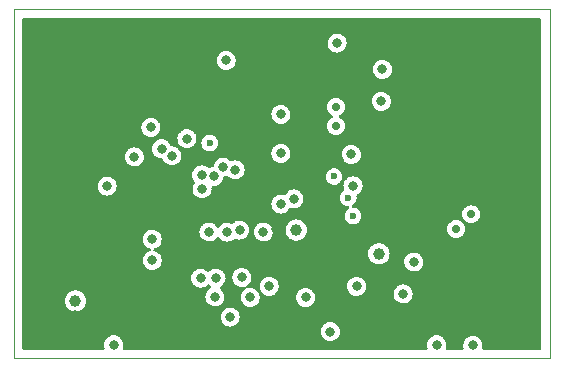
<source format=gbr>
%TF.GenerationSoftware,KiCad,Pcbnew,(6.0.1)*%
%TF.CreationDate,2022-09-04T12:14:09+08:00*%
%TF.ProjectId,Digital Clock,44696769-7461-46c2-9043-6c6f636b2e6b,_____*%
%TF.SameCoordinates,Original*%
%TF.FileFunction,Copper,L2,Inr*%
%TF.FilePolarity,Positive*%
%FSLAX46Y46*%
G04 Gerber Fmt 4.6, Leading zero omitted, Abs format (unit mm)*
G04 Created by KiCad (PCBNEW (6.0.1)) date 2022-09-04 12:14:09*
%MOMM*%
%LPD*%
G01*
G04 APERTURE LIST*
%TA.AperFunction,Profile*%
%ADD10C,0.100000*%
%TD*%
%TA.AperFunction,ComponentPad*%
%ADD11C,0.650000*%
%TD*%
%TA.AperFunction,ComponentPad*%
%ADD12O,2.090000X0.930000*%
%TD*%
%TA.AperFunction,ComponentPad*%
%ADD13C,1.000000*%
%TD*%
%TA.AperFunction,ViaPad*%
%ADD14C,0.800000*%
%TD*%
%TA.AperFunction,ViaPad*%
%ADD15C,1.200000*%
%TD*%
%TA.AperFunction,ViaPad*%
%ADD16C,2.000000*%
%TD*%
%TA.AperFunction,ViaPad*%
%ADD17C,1.000000*%
%TD*%
%TA.AperFunction,ViaPad*%
%ADD18C,0.700000*%
%TD*%
%TA.AperFunction,ViaPad*%
%ADD19C,0.600000*%
%TD*%
G04 APERTURE END LIST*
D10*
X43410000Y-19400000D02*
X88800000Y-19400000D01*
X88800000Y-19400000D02*
X88800000Y-48900000D01*
X88800000Y-48900000D02*
X43410000Y-48900000D01*
X43410000Y-48900000D02*
X43410000Y-19400000D01*
D11*
%TO.N,GND*%
%TO.C,J1*%
X84237500Y-34760000D03*
X84237500Y-38760000D03*
D12*
X86337500Y-39590000D03*
X86337500Y-33910000D03*
%TD*%
D13*
%TO.N,GND*%
%TO.C,SW2*%
X50910000Y-46680000D03*
X52610000Y-46680000D03*
%TD*%
%TO.N,GND*%
%TO.C,SW5*%
X74810000Y-46700000D03*
X76510000Y-46700000D03*
%TD*%
%TO.N,GND*%
%TO.C,SW1*%
X83170000Y-46700000D03*
X81470000Y-46700000D03*
%TD*%
%TO.N,GND*%
%TO.C,SW3*%
X67620000Y-46700000D03*
X65920000Y-46700000D03*
%TD*%
D14*
%TO.N,GND*%
X72110000Y-30460000D03*
X63300000Y-46750000D03*
X85400000Y-22650000D03*
D15*
X68900000Y-37900000D03*
D14*
X70200000Y-38100000D03*
X70400000Y-43200000D03*
D16*
X86900000Y-21199999D03*
D14*
X45550000Y-30410000D03*
X48450000Y-47000000D03*
D15*
X79000000Y-33100000D03*
D17*
X81900000Y-35400000D03*
D14*
X79100000Y-44550000D03*
X85700000Y-44900000D03*
X63900000Y-42100000D03*
X48600000Y-45300000D03*
D15*
X86350000Y-32000000D03*
X86337907Y-41700667D03*
D16*
X45100000Y-46700000D03*
D17*
X65700000Y-38000000D03*
D14*
X59450000Y-35890000D03*
X73130000Y-29320000D03*
D16*
X86900000Y-46700000D03*
X45100000Y-21200000D03*
D14*
X53810000Y-34000000D03*
X85400000Y-30850000D03*
X77250000Y-20850000D03*
D17*
%TO.N,VCC*%
X48610000Y-44100000D03*
D14*
X72110000Y-34360000D03*
X74500000Y-27200000D03*
X59330000Y-34600000D03*
X71970000Y-31690000D03*
X70760000Y-22260000D03*
D17*
X67300000Y-38100000D03*
D14*
X74600000Y-24500000D03*
D17*
X74300000Y-40100000D03*
D14*
X61370000Y-23740000D03*
%TO.N,/DIG1*%
X59290000Y-33420000D03*
%TO.N,/DIG4*%
X55900000Y-31200000D03*
%TO.N,/DIG2*%
X53600000Y-31900000D03*
%TO.N,/DIG3*%
X51290000Y-34370000D03*
%TO.N,/A*%
X58050000Y-30350000D03*
%TO.N,/B*%
X55000000Y-29400000D03*
%TO.N,/C*%
X64510000Y-38260000D03*
%TO.N,/D*%
X61710000Y-45460000D03*
%TO.N,/E*%
X72410000Y-42860000D03*
%TO.N,/F*%
X66000000Y-28300000D03*
X66000000Y-31600000D03*
X55110000Y-38860000D03*
X55110000Y-40660000D03*
X66000000Y-35900000D03*
%TO.N,/G*%
X60410000Y-43760000D03*
%TO.N,/DP*%
X65010000Y-42860000D03*
D18*
%TO.N,/UD+*%
X82110000Y-36760000D03*
X80840000Y-38010000D03*
%TO.N,/P3.7*%
X70660000Y-29280000D03*
X70660000Y-27680000D03*
D14*
%TO.N,/P3.2*%
X77250000Y-40800000D03*
X51850000Y-47800000D03*
D19*
X70510000Y-33560000D03*
D14*
X79200000Y-47800000D03*
X70200000Y-46700000D03*
%TO.N,/P1.4*%
X59210000Y-42160000D03*
X60310000Y-33560000D03*
X59910000Y-38260000D03*
%TO.N,/P1.5*%
X61470000Y-38270000D03*
X60510000Y-42160000D03*
X61110000Y-32760000D03*
%TO.N,/P5.4*%
X62500000Y-38100000D03*
X62130000Y-33000000D03*
X68100000Y-43800000D03*
X63400000Y-43800000D03*
X62700000Y-42100000D03*
D19*
%TO.N,/TX*%
X71710000Y-35360000D03*
X72100000Y-36900000D03*
%TO.N,/P1.3*%
X59980000Y-30730000D03*
D14*
X56780000Y-31810000D03*
%TO.N,/P5.5*%
X67110000Y-35460000D03*
X82250000Y-47850000D03*
X76350000Y-43500000D03*
%TD*%
%TA.AperFunction,Conductor*%
%TO.N,GND*%
G36*
X87977121Y-20155002D02*
G01*
X88023614Y-20208658D01*
X88035000Y-20261000D01*
X88035000Y-48099000D01*
X88014998Y-48167121D01*
X87961342Y-48213614D01*
X87909000Y-48225000D01*
X83146556Y-48225000D01*
X83078435Y-48204998D01*
X83031942Y-48151342D01*
X83021838Y-48081068D01*
X83026296Y-48063819D01*
X83026004Y-48063744D01*
X83027757Y-48056918D01*
X83030257Y-48050336D01*
X83035859Y-48010476D01*
X83054700Y-47876416D01*
X83054700Y-47876411D01*
X83055251Y-47872493D01*
X83055565Y-47850000D01*
X83035546Y-47671528D01*
X83029427Y-47653955D01*
X82978803Y-47508584D01*
X82976485Y-47501927D01*
X82968478Y-47489112D01*
X82885049Y-47355599D01*
X82881316Y-47349625D01*
X82817771Y-47285635D01*
X82759733Y-47227190D01*
X82759729Y-47227187D01*
X82754770Y-47222193D01*
X82743761Y-47215206D01*
X82659157Y-47161515D01*
X82603136Y-47125963D01*
X82573352Y-47115357D01*
X82440586Y-47068081D01*
X82440581Y-47068080D01*
X82433951Y-47065719D01*
X82426965Y-47064886D01*
X82426961Y-47064885D01*
X82299177Y-47049648D01*
X82255624Y-47044455D01*
X82248621Y-47045191D01*
X82248620Y-47045191D01*
X82084025Y-47062490D01*
X82084021Y-47062491D01*
X82077017Y-47063227D01*
X82070346Y-47065498D01*
X81913677Y-47118832D01*
X81913674Y-47118833D01*
X81907007Y-47121103D01*
X81901009Y-47124793D01*
X81901007Y-47124794D01*
X81841318Y-47161515D01*
X81754045Y-47215206D01*
X81749014Y-47220132D01*
X81749011Y-47220135D01*
X81741807Y-47227190D01*
X81625732Y-47340859D01*
X81621913Y-47346784D01*
X81621912Y-47346786D01*
X81577838Y-47415176D01*
X81528446Y-47491817D01*
X81526037Y-47498437D01*
X81526035Y-47498440D01*
X81522343Y-47508584D01*
X81467022Y-47660578D01*
X81444514Y-47838753D01*
X81445201Y-47845760D01*
X81445201Y-47845763D01*
X81446005Y-47853963D01*
X81462039Y-48017486D01*
X81464262Y-48024168D01*
X81464263Y-48024174D01*
X81475924Y-48059228D01*
X81478447Y-48130180D01*
X81442210Y-48191232D01*
X81378718Y-48223002D01*
X81356366Y-48225000D01*
X80077563Y-48225000D01*
X80009442Y-48204998D01*
X79962949Y-48151342D01*
X79952845Y-48081068D01*
X79959775Y-48054257D01*
X79977756Y-48006922D01*
X79977758Y-48006916D01*
X79980257Y-48000336D01*
X79998781Y-47868532D01*
X80004700Y-47826416D01*
X80004700Y-47826411D01*
X80005251Y-47822493D01*
X80005565Y-47800000D01*
X79985546Y-47621528D01*
X79979427Y-47603955D01*
X79928803Y-47458584D01*
X79926485Y-47451927D01*
X79915043Y-47433615D01*
X79835049Y-47305599D01*
X79831316Y-47299625D01*
X79754892Y-47222666D01*
X79709733Y-47177190D01*
X79709729Y-47177187D01*
X79704770Y-47172193D01*
X79693761Y-47165206D01*
X79630081Y-47124794D01*
X79553136Y-47075963D01*
X79512898Y-47061635D01*
X79390586Y-47018081D01*
X79390581Y-47018080D01*
X79383951Y-47015719D01*
X79376965Y-47014886D01*
X79376961Y-47014885D01*
X79249177Y-46999648D01*
X79205624Y-46994455D01*
X79198621Y-46995191D01*
X79198620Y-46995191D01*
X79034025Y-47012490D01*
X79034021Y-47012491D01*
X79027017Y-47013227D01*
X79020346Y-47015498D01*
X78863677Y-47068832D01*
X78863674Y-47068833D01*
X78857007Y-47071103D01*
X78851009Y-47074793D01*
X78851007Y-47074794D01*
X78780526Y-47118154D01*
X78704045Y-47165206D01*
X78699014Y-47170132D01*
X78699011Y-47170135D01*
X78647953Y-47220135D01*
X78575732Y-47290859D01*
X78571913Y-47296784D01*
X78571912Y-47296786D01*
X78539689Y-47346786D01*
X78478446Y-47441817D01*
X78476037Y-47448437D01*
X78476035Y-47448440D01*
X78463953Y-47481636D01*
X78417022Y-47610578D01*
X78394514Y-47788753D01*
X78395201Y-47795760D01*
X78395201Y-47795763D01*
X78400104Y-47845763D01*
X78412039Y-47967486D01*
X78414262Y-47974168D01*
X78414262Y-47974169D01*
X78442557Y-48059229D01*
X78445079Y-48130181D01*
X78408841Y-48191233D01*
X78345349Y-48223002D01*
X78322998Y-48225000D01*
X52727563Y-48225000D01*
X52659442Y-48204998D01*
X52612949Y-48151342D01*
X52602845Y-48081068D01*
X52609775Y-48054257D01*
X52627756Y-48006922D01*
X52627758Y-48006916D01*
X52630257Y-48000336D01*
X52648781Y-47868532D01*
X52654700Y-47826416D01*
X52654700Y-47826411D01*
X52655251Y-47822493D01*
X52655565Y-47800000D01*
X52635546Y-47621528D01*
X52629427Y-47603955D01*
X52578803Y-47458584D01*
X52576485Y-47451927D01*
X52565043Y-47433615D01*
X52485049Y-47305599D01*
X52481316Y-47299625D01*
X52404892Y-47222666D01*
X52359733Y-47177190D01*
X52359729Y-47177187D01*
X52354770Y-47172193D01*
X52343761Y-47165206D01*
X52280081Y-47124794D01*
X52203136Y-47075963D01*
X52162898Y-47061635D01*
X52040586Y-47018081D01*
X52040581Y-47018080D01*
X52033951Y-47015719D01*
X52026965Y-47014886D01*
X52026961Y-47014885D01*
X51899177Y-46999648D01*
X51855624Y-46994455D01*
X51848621Y-46995191D01*
X51848620Y-46995191D01*
X51684025Y-47012490D01*
X51684021Y-47012491D01*
X51677017Y-47013227D01*
X51670346Y-47015498D01*
X51513677Y-47068832D01*
X51513674Y-47068833D01*
X51507007Y-47071103D01*
X51501009Y-47074793D01*
X51501007Y-47074794D01*
X51430526Y-47118155D01*
X51354045Y-47165206D01*
X51349014Y-47170132D01*
X51349011Y-47170135D01*
X51297953Y-47220135D01*
X51225732Y-47290859D01*
X51221913Y-47296784D01*
X51221912Y-47296786D01*
X51189689Y-47346786D01*
X51128446Y-47441817D01*
X51126037Y-47448437D01*
X51126035Y-47448440D01*
X51113953Y-47481636D01*
X51067022Y-47610578D01*
X51044514Y-47788753D01*
X51045201Y-47795760D01*
X51045201Y-47795763D01*
X51050104Y-47845763D01*
X51062039Y-47967486D01*
X51064262Y-47974168D01*
X51064262Y-47974169D01*
X51092557Y-48059229D01*
X51095079Y-48130181D01*
X51058841Y-48191233D01*
X50995349Y-48223002D01*
X50972998Y-48225000D01*
X44201000Y-48225000D01*
X44132879Y-48204998D01*
X44086386Y-48151342D01*
X44075000Y-48099000D01*
X44075000Y-46688753D01*
X69394514Y-46688753D01*
X69395201Y-46695760D01*
X69395201Y-46695763D01*
X69396005Y-46703963D01*
X69412039Y-46867486D01*
X69414262Y-46874168D01*
X69414262Y-46874169D01*
X69462135Y-47018081D01*
X69468726Y-47037896D01*
X69472373Y-47043918D01*
X69548813Y-47170135D01*
X69561759Y-47191512D01*
X69686514Y-47320699D01*
X69836789Y-47419036D01*
X70005116Y-47481636D01*
X70012097Y-47482567D01*
X70012099Y-47482568D01*
X70176149Y-47504457D01*
X70176153Y-47504457D01*
X70183130Y-47505388D01*
X70190142Y-47504750D01*
X70190146Y-47504750D01*
X70354960Y-47489751D01*
X70354961Y-47489751D01*
X70361981Y-47489112D01*
X70532782Y-47433615D01*
X70663656Y-47355599D01*
X70680992Y-47345265D01*
X70680994Y-47345264D01*
X70687044Y-47341657D01*
X70817099Y-47217807D01*
X70821280Y-47211515D01*
X70911340Y-47075963D01*
X70916483Y-47068222D01*
X70944225Y-46995191D01*
X70977757Y-46906919D01*
X70977758Y-46906914D01*
X70980257Y-46900336D01*
X71005251Y-46722493D01*
X71005565Y-46700000D01*
X70985546Y-46521528D01*
X70979427Y-46503955D01*
X70928803Y-46358584D01*
X70926485Y-46351927D01*
X70857568Y-46241636D01*
X70835049Y-46205599D01*
X70831316Y-46199625D01*
X70737612Y-46105265D01*
X70709733Y-46077190D01*
X70709729Y-46077187D01*
X70704770Y-46072193D01*
X70693761Y-46065206D01*
X70563698Y-45982666D01*
X70553136Y-45975963D01*
X70484470Y-45951512D01*
X70390586Y-45918081D01*
X70390581Y-45918080D01*
X70383951Y-45915719D01*
X70376965Y-45914886D01*
X70376961Y-45914885D01*
X70249177Y-45899648D01*
X70205624Y-45894455D01*
X70198621Y-45895191D01*
X70198620Y-45895191D01*
X70034025Y-45912490D01*
X70034021Y-45912491D01*
X70027017Y-45913227D01*
X70020346Y-45915498D01*
X69863677Y-45968832D01*
X69863674Y-45968833D01*
X69857007Y-45971103D01*
X69851009Y-45974793D01*
X69851007Y-45974794D01*
X69780526Y-46018155D01*
X69704045Y-46065206D01*
X69699014Y-46070132D01*
X69699011Y-46070135D01*
X69684284Y-46084557D01*
X69575732Y-46190859D01*
X69571913Y-46196784D01*
X69571912Y-46196786D01*
X69528301Y-46264457D01*
X69478446Y-46341817D01*
X69417022Y-46510578D01*
X69394514Y-46688753D01*
X44075000Y-46688753D01*
X44075000Y-45448753D01*
X60904514Y-45448753D01*
X60905201Y-45455760D01*
X60905201Y-45455763D01*
X60906005Y-45463963D01*
X60922039Y-45627486D01*
X60924262Y-45634168D01*
X60924262Y-45634169D01*
X60932967Y-45660336D01*
X60978726Y-45797896D01*
X60982373Y-45803918D01*
X61051513Y-45918081D01*
X61071759Y-45951512D01*
X61076648Y-45956575D01*
X61076649Y-45956576D01*
X61101844Y-45982666D01*
X61196514Y-46080699D01*
X61346789Y-46179036D01*
X61515116Y-46241636D01*
X61522097Y-46242567D01*
X61522099Y-46242568D01*
X61686149Y-46264457D01*
X61686153Y-46264457D01*
X61693130Y-46265388D01*
X61700142Y-46264750D01*
X61700146Y-46264750D01*
X61864960Y-46249751D01*
X61864961Y-46249751D01*
X61871981Y-46249112D01*
X62042782Y-46193615D01*
X62073714Y-46175176D01*
X62190992Y-46105265D01*
X62190994Y-46105264D01*
X62197044Y-46101657D01*
X62327099Y-45977807D01*
X62344570Y-45951512D01*
X62422582Y-45834093D01*
X62426483Y-45828222D01*
X62441168Y-45789564D01*
X62487757Y-45666919D01*
X62487758Y-45666914D01*
X62490257Y-45660336D01*
X62515251Y-45482493D01*
X62515565Y-45460000D01*
X62495546Y-45281528D01*
X62489427Y-45263955D01*
X62438803Y-45118584D01*
X62436485Y-45111927D01*
X62341316Y-44959625D01*
X62262513Y-44880270D01*
X62219733Y-44837190D01*
X62219729Y-44837187D01*
X62214770Y-44832193D01*
X62203761Y-44825206D01*
X62156860Y-44795442D01*
X62063136Y-44735963D01*
X62033352Y-44725357D01*
X61900586Y-44678081D01*
X61900581Y-44678080D01*
X61893951Y-44675719D01*
X61886965Y-44674886D01*
X61886961Y-44674885D01*
X61759177Y-44659648D01*
X61715624Y-44654455D01*
X61708621Y-44655191D01*
X61708620Y-44655191D01*
X61544025Y-44672490D01*
X61544021Y-44672491D01*
X61537017Y-44673227D01*
X61530346Y-44675498D01*
X61373677Y-44728832D01*
X61373674Y-44728833D01*
X61367007Y-44731103D01*
X61361009Y-44734793D01*
X61361007Y-44734794D01*
X61307056Y-44767985D01*
X61214045Y-44825206D01*
X61209014Y-44830132D01*
X61209011Y-44830135D01*
X61201807Y-44837190D01*
X61085732Y-44950859D01*
X61081913Y-44956784D01*
X61081912Y-44956786D01*
X61053740Y-45000500D01*
X60988446Y-45101817D01*
X60927022Y-45270578D01*
X60904514Y-45448753D01*
X44075000Y-45448753D01*
X44075000Y-44100000D01*
X47704540Y-44100000D01*
X47724326Y-44288256D01*
X47782821Y-44468284D01*
X47786124Y-44474006D01*
X47786125Y-44474007D01*
X47829487Y-44549112D01*
X47877467Y-44632216D01*
X47881885Y-44637123D01*
X47881886Y-44637124D01*
X47966506Y-44731103D01*
X48004129Y-44772888D01*
X48009468Y-44776767D01*
X48071059Y-44821515D01*
X48157270Y-44884151D01*
X48330197Y-44961144D01*
X48428212Y-44981978D01*
X48508897Y-44999128D01*
X48508901Y-44999128D01*
X48515354Y-45000500D01*
X48704646Y-45000500D01*
X48711099Y-44999128D01*
X48711103Y-44999128D01*
X48791788Y-44981978D01*
X48889803Y-44961144D01*
X49062730Y-44884151D01*
X49148942Y-44821515D01*
X49210532Y-44776767D01*
X49215871Y-44772888D01*
X49253495Y-44731103D01*
X49338114Y-44637124D01*
X49338115Y-44637123D01*
X49342533Y-44632216D01*
X49390513Y-44549112D01*
X49433875Y-44474007D01*
X49433876Y-44474006D01*
X49437179Y-44468284D01*
X49495674Y-44288256D01*
X49515460Y-44100000D01*
X49504590Y-43996576D01*
X49496364Y-43918307D01*
X49496364Y-43918305D01*
X49495674Y-43911744D01*
X49437179Y-43731716D01*
X49422863Y-43706919D01*
X49345836Y-43573505D01*
X49342533Y-43567784D01*
X49298186Y-43518532D01*
X49220286Y-43432015D01*
X49220284Y-43432014D01*
X49215871Y-43427112D01*
X49148008Y-43377807D01*
X49068072Y-43319730D01*
X49068071Y-43319729D01*
X49062730Y-43315849D01*
X48889803Y-43238856D01*
X48791788Y-43218022D01*
X48711103Y-43200872D01*
X48711099Y-43200872D01*
X48704646Y-43199500D01*
X48515354Y-43199500D01*
X48508901Y-43200872D01*
X48508897Y-43200872D01*
X48428212Y-43218022D01*
X48330197Y-43238856D01*
X48157270Y-43315849D01*
X48151929Y-43319729D01*
X48151928Y-43319730D01*
X48071992Y-43377807D01*
X48004129Y-43427112D01*
X47999716Y-43432014D01*
X47999714Y-43432015D01*
X47921814Y-43518532D01*
X47877467Y-43567784D01*
X47874164Y-43573505D01*
X47797138Y-43706919D01*
X47782821Y-43731716D01*
X47724326Y-43911744D01*
X47723636Y-43918305D01*
X47723636Y-43918307D01*
X47715410Y-43996576D01*
X47704540Y-44100000D01*
X44075000Y-44100000D01*
X44075000Y-42148753D01*
X58404514Y-42148753D01*
X58405201Y-42155760D01*
X58405201Y-42155763D01*
X58406005Y-42163963D01*
X58422039Y-42327486D01*
X58424262Y-42334168D01*
X58424262Y-42334169D01*
X58432967Y-42360336D01*
X58478726Y-42497896D01*
X58482373Y-42503918D01*
X58551347Y-42617807D01*
X58571759Y-42651512D01*
X58576648Y-42656575D01*
X58576649Y-42656576D01*
X58630645Y-42712490D01*
X58696514Y-42780699D01*
X58846789Y-42879036D01*
X59015116Y-42941636D01*
X59022097Y-42942567D01*
X59022099Y-42942568D01*
X59186149Y-42964457D01*
X59186153Y-42964457D01*
X59193130Y-42965388D01*
X59200142Y-42964750D01*
X59200146Y-42964750D01*
X59364960Y-42949751D01*
X59364961Y-42949751D01*
X59371981Y-42949112D01*
X59542782Y-42893615D01*
X59561314Y-42882568D01*
X59690992Y-42805265D01*
X59690994Y-42805264D01*
X59697044Y-42801657D01*
X59772982Y-42729342D01*
X59836107Y-42696850D01*
X59906778Y-42703643D01*
X59950511Y-42733062D01*
X59996514Y-42780699D01*
X60022805Y-42797903D01*
X60061771Y-42823402D01*
X60107820Y-42877439D01*
X60117343Y-42947794D01*
X60087318Y-43012129D01*
X60058800Y-43036152D01*
X59914045Y-43125206D01*
X59909014Y-43130132D01*
X59909011Y-43130135D01*
X59846883Y-43190976D01*
X59785732Y-43250859D01*
X59781913Y-43256784D01*
X59781912Y-43256786D01*
X59740189Y-43321528D01*
X59688446Y-43401817D01*
X59686037Y-43408437D01*
X59686035Y-43408440D01*
X59670207Y-43451927D01*
X59627022Y-43570578D01*
X59604514Y-43748753D01*
X59605201Y-43755760D01*
X59605201Y-43755763D01*
X59606005Y-43763963D01*
X59622039Y-43927486D01*
X59624262Y-43934168D01*
X59624262Y-43934169D01*
X59646273Y-44000336D01*
X59678726Y-44097896D01*
X59682373Y-44103918D01*
X59762239Y-44235792D01*
X59771759Y-44251512D01*
X59776648Y-44256575D01*
X59776649Y-44256576D01*
X59823787Y-44305388D01*
X59896514Y-44380699D01*
X60046789Y-44479036D01*
X60215116Y-44541636D01*
X60222097Y-44542567D01*
X60222099Y-44542568D01*
X60386149Y-44564457D01*
X60386153Y-44564457D01*
X60393130Y-44565388D01*
X60400142Y-44564750D01*
X60400146Y-44564750D01*
X60564960Y-44549751D01*
X60564961Y-44549751D01*
X60571981Y-44549112D01*
X60742782Y-44493615D01*
X60775675Y-44474007D01*
X60890992Y-44405265D01*
X60890994Y-44405264D01*
X60897044Y-44401657D01*
X61027099Y-44277807D01*
X61044570Y-44251512D01*
X61104283Y-44161635D01*
X61126483Y-44128222D01*
X61172562Y-44006919D01*
X61187757Y-43966919D01*
X61187758Y-43966914D01*
X61190257Y-43960336D01*
X61197086Y-43911744D01*
X61214700Y-43786416D01*
X61214700Y-43786411D01*
X61215251Y-43782493D01*
X61215565Y-43760000D01*
X61195546Y-43581528D01*
X61189427Y-43563955D01*
X61165680Y-43495763D01*
X61136485Y-43411927D01*
X61115165Y-43377807D01*
X61045049Y-43265599D01*
X61041316Y-43259625D01*
X60954492Y-43172193D01*
X60919733Y-43137190D01*
X60919729Y-43137187D01*
X60914770Y-43132193D01*
X60903761Y-43125206D01*
X60858979Y-43096787D01*
X60812180Y-43043398D01*
X60801675Y-42973183D01*
X60830799Y-42908435D01*
X60861976Y-42882173D01*
X60863119Y-42881492D01*
X60943434Y-42833615D01*
X60990992Y-42805265D01*
X60990994Y-42805264D01*
X60997044Y-42801657D01*
X61127099Y-42677807D01*
X61136303Y-42663955D01*
X61222582Y-42534093D01*
X61226483Y-42528222D01*
X61263332Y-42431217D01*
X61287757Y-42366919D01*
X61287758Y-42366914D01*
X61290257Y-42360336D01*
X61297764Y-42306919D01*
X61314700Y-42186416D01*
X61314700Y-42186411D01*
X61315251Y-42182493D01*
X61315565Y-42160000D01*
X61307573Y-42088753D01*
X61894514Y-42088753D01*
X61895201Y-42095760D01*
X61895201Y-42095763D01*
X61899712Y-42141766D01*
X61912039Y-42267486D01*
X61914262Y-42274168D01*
X61914262Y-42274169D01*
X61942926Y-42360336D01*
X61968726Y-42437896D01*
X61972373Y-42443918D01*
X62009942Y-42505951D01*
X62061759Y-42591512D01*
X62186514Y-42720699D01*
X62336789Y-42819036D01*
X62505116Y-42881636D01*
X62512097Y-42882567D01*
X62512099Y-42882568D01*
X62676149Y-42904457D01*
X62676153Y-42904457D01*
X62683130Y-42905388D01*
X62690142Y-42904750D01*
X62690146Y-42904750D01*
X62854960Y-42889751D01*
X62854961Y-42889751D01*
X62861981Y-42889112D01*
X62871601Y-42885986D01*
X62897293Y-42877639D01*
X62968260Y-42875612D01*
X63029058Y-42912275D01*
X63060383Y-42975987D01*
X63052289Y-43046521D01*
X63002250Y-43104790D01*
X62904045Y-43165206D01*
X62899014Y-43170132D01*
X62899011Y-43170135D01*
X62891807Y-43177190D01*
X62775732Y-43290859D01*
X62771913Y-43296784D01*
X62771912Y-43296786D01*
X62740525Y-43345489D01*
X62678446Y-43441817D01*
X62676037Y-43448437D01*
X62676035Y-43448440D01*
X62658811Y-43495763D01*
X62617022Y-43610578D01*
X62594514Y-43788753D01*
X62595201Y-43795760D01*
X62595201Y-43795763D01*
X62599923Y-43843918D01*
X62612039Y-43967486D01*
X62614262Y-43974168D01*
X62614262Y-43974169D01*
X62661320Y-44115631D01*
X62668726Y-44137896D01*
X62672373Y-44143918D01*
X62756402Y-44282666D01*
X62761759Y-44291512D01*
X62886514Y-44420699D01*
X63036789Y-44519036D01*
X63205116Y-44581636D01*
X63212097Y-44582567D01*
X63212099Y-44582568D01*
X63376149Y-44604457D01*
X63376153Y-44604457D01*
X63383130Y-44605388D01*
X63390142Y-44604750D01*
X63390146Y-44604750D01*
X63554960Y-44589751D01*
X63554961Y-44589751D01*
X63561981Y-44589112D01*
X63732782Y-44533615D01*
X63832776Y-44474007D01*
X63880992Y-44445265D01*
X63880994Y-44445264D01*
X63887044Y-44441657D01*
X64017099Y-44317807D01*
X64034570Y-44291512D01*
X64075432Y-44230008D01*
X64116483Y-44168222D01*
X64134535Y-44120699D01*
X64177757Y-44006919D01*
X64177758Y-44006914D01*
X64180257Y-44000336D01*
X64184874Y-43967486D01*
X64204700Y-43826416D01*
X64204700Y-43826411D01*
X64205251Y-43822493D01*
X64205565Y-43800000D01*
X64204303Y-43788753D01*
X67294514Y-43788753D01*
X67295201Y-43795760D01*
X67295201Y-43795763D01*
X67299923Y-43843918D01*
X67312039Y-43967486D01*
X67314262Y-43974168D01*
X67314262Y-43974169D01*
X67361320Y-44115631D01*
X67368726Y-44137896D01*
X67372373Y-44143918D01*
X67456402Y-44282666D01*
X67461759Y-44291512D01*
X67586514Y-44420699D01*
X67736789Y-44519036D01*
X67905116Y-44581636D01*
X67912097Y-44582567D01*
X67912099Y-44582568D01*
X68076149Y-44604457D01*
X68076153Y-44604457D01*
X68083130Y-44605388D01*
X68090142Y-44604750D01*
X68090146Y-44604750D01*
X68254960Y-44589751D01*
X68254961Y-44589751D01*
X68261981Y-44589112D01*
X68432782Y-44533615D01*
X68532776Y-44474007D01*
X68580992Y-44445265D01*
X68580994Y-44445264D01*
X68587044Y-44441657D01*
X68717099Y-44317807D01*
X68734570Y-44291512D01*
X68775432Y-44230008D01*
X68816483Y-44168222D01*
X68834535Y-44120699D01*
X68877757Y-44006919D01*
X68877758Y-44006914D01*
X68880257Y-44000336D01*
X68884874Y-43967486D01*
X68904700Y-43826416D01*
X68904700Y-43826411D01*
X68905251Y-43822493D01*
X68905565Y-43800000D01*
X68885546Y-43621528D01*
X68879427Y-43603955D01*
X68852425Y-43526416D01*
X68826485Y-43451927D01*
X68739776Y-43313163D01*
X68735049Y-43305599D01*
X68731316Y-43299625D01*
X68666240Y-43234093D01*
X68609733Y-43177190D01*
X68609729Y-43177187D01*
X68604770Y-43172193D01*
X68593761Y-43165206D01*
X68485949Y-43096787D01*
X68453136Y-43075963D01*
X68389671Y-43053364D01*
X68290586Y-43018081D01*
X68290581Y-43018080D01*
X68283951Y-43015719D01*
X68276965Y-43014886D01*
X68276961Y-43014885D01*
X68148981Y-42999625D01*
X68105624Y-42994455D01*
X68098621Y-42995191D01*
X68098620Y-42995191D01*
X67934025Y-43012490D01*
X67934021Y-43012491D01*
X67927017Y-43013227D01*
X67920346Y-43015498D01*
X67763677Y-43068832D01*
X67763674Y-43068833D01*
X67757007Y-43071103D01*
X67751009Y-43074793D01*
X67751007Y-43074794D01*
X67715258Y-43096787D01*
X67604045Y-43165206D01*
X67599014Y-43170132D01*
X67599011Y-43170135D01*
X67591807Y-43177190D01*
X67475732Y-43290859D01*
X67471913Y-43296784D01*
X67471912Y-43296786D01*
X67440525Y-43345489D01*
X67378446Y-43441817D01*
X67376037Y-43448437D01*
X67376035Y-43448440D01*
X67358811Y-43495763D01*
X67317022Y-43610578D01*
X67294514Y-43788753D01*
X64204303Y-43788753D01*
X64185546Y-43621528D01*
X64179427Y-43603955D01*
X64152425Y-43526416D01*
X64126485Y-43451927D01*
X64039776Y-43313163D01*
X64035049Y-43305599D01*
X64031316Y-43299625D01*
X63966240Y-43234093D01*
X63909733Y-43177190D01*
X63909729Y-43177187D01*
X63904770Y-43172193D01*
X63893761Y-43165206D01*
X63785949Y-43096787D01*
X63753136Y-43075963D01*
X63689671Y-43053364D01*
X63590586Y-43018081D01*
X63590581Y-43018080D01*
X63583951Y-43015719D01*
X63576965Y-43014886D01*
X63576961Y-43014885D01*
X63448981Y-42999625D01*
X63405624Y-42994455D01*
X63398621Y-42995191D01*
X63398620Y-42995191D01*
X63234025Y-43012490D01*
X63234021Y-43012491D01*
X63227017Y-43013227D01*
X63220350Y-43015497D01*
X63220344Y-43015498D01*
X63206578Y-43020185D01*
X63135646Y-43023204D01*
X63074341Y-42987395D01*
X63042129Y-42924127D01*
X63049235Y-42853487D01*
X63052997Y-42848753D01*
X64204514Y-42848753D01*
X64205201Y-42855760D01*
X64205201Y-42855763D01*
X64213277Y-42938120D01*
X64222039Y-43027486D01*
X64224262Y-43034168D01*
X64224262Y-43034169D01*
X64267852Y-43165206D01*
X64278726Y-43197896D01*
X64282373Y-43203918D01*
X64350161Y-43315849D01*
X64371759Y-43351512D01*
X64496514Y-43480699D01*
X64646789Y-43579036D01*
X64815116Y-43641636D01*
X64822097Y-43642567D01*
X64822099Y-43642568D01*
X64986149Y-43664457D01*
X64986153Y-43664457D01*
X64993130Y-43665388D01*
X65000142Y-43664750D01*
X65000146Y-43664750D01*
X65164960Y-43649751D01*
X65164961Y-43649751D01*
X65171981Y-43649112D01*
X65342782Y-43593615D01*
X65386114Y-43567784D01*
X65490992Y-43505265D01*
X65490994Y-43505264D01*
X65497044Y-43501657D01*
X65627099Y-43377807D01*
X65644570Y-43351512D01*
X65707505Y-43256786D01*
X65726483Y-43228222D01*
X65745868Y-43177190D01*
X65787757Y-43066919D01*
X65787758Y-43066914D01*
X65790257Y-43060336D01*
X65792199Y-43046521D01*
X65814700Y-42886416D01*
X65814700Y-42886411D01*
X65815251Y-42882493D01*
X65815424Y-42870135D01*
X65815510Y-42863963D01*
X65815510Y-42863958D01*
X65815565Y-42860000D01*
X65814303Y-42848753D01*
X71604514Y-42848753D01*
X71605201Y-42855760D01*
X71605201Y-42855763D01*
X71613277Y-42938120D01*
X71622039Y-43027486D01*
X71624262Y-43034168D01*
X71624262Y-43034169D01*
X71667852Y-43165206D01*
X71678726Y-43197896D01*
X71682373Y-43203918D01*
X71750161Y-43315849D01*
X71771759Y-43351512D01*
X71896514Y-43480699D01*
X72046789Y-43579036D01*
X72215116Y-43641636D01*
X72222097Y-43642567D01*
X72222099Y-43642568D01*
X72386149Y-43664457D01*
X72386153Y-43664457D01*
X72393130Y-43665388D01*
X72400142Y-43664750D01*
X72400146Y-43664750D01*
X72564960Y-43649751D01*
X72564961Y-43649751D01*
X72571981Y-43649112D01*
X72742782Y-43593615D01*
X72786114Y-43567784D01*
X72890992Y-43505265D01*
X72890994Y-43505264D01*
X72897044Y-43501657D01*
X72910595Y-43488753D01*
X75544514Y-43488753D01*
X75545201Y-43495760D01*
X75545201Y-43495763D01*
X75545779Y-43501657D01*
X75562039Y-43667486D01*
X75564262Y-43674168D01*
X75564262Y-43674169D01*
X75612285Y-43818532D01*
X75618726Y-43837896D01*
X75622373Y-43843918D01*
X75701256Y-43974169D01*
X75711759Y-43991512D01*
X75836514Y-44120699D01*
X75986789Y-44219036D01*
X76155116Y-44281636D01*
X76162097Y-44282567D01*
X76162099Y-44282568D01*
X76326149Y-44304457D01*
X76326153Y-44304457D01*
X76333130Y-44305388D01*
X76340142Y-44304750D01*
X76340146Y-44304750D01*
X76504960Y-44289751D01*
X76504961Y-44289751D01*
X76511981Y-44289112D01*
X76682782Y-44233615D01*
X76792481Y-44168222D01*
X76830992Y-44145265D01*
X76830994Y-44145264D01*
X76837044Y-44141657D01*
X76967099Y-44017807D01*
X76984570Y-43991512D01*
X77027108Y-43927486D01*
X77066483Y-43868222D01*
X77083854Y-43822493D01*
X77127757Y-43706919D01*
X77127758Y-43706914D01*
X77130257Y-43700336D01*
X77135258Y-43664750D01*
X77154700Y-43526416D01*
X77154700Y-43526411D01*
X77155251Y-43522493D01*
X77155565Y-43500000D01*
X77135546Y-43321528D01*
X77129427Y-43303955D01*
X77093529Y-43200872D01*
X77076485Y-43151927D01*
X77057482Y-43121515D01*
X76985049Y-43005599D01*
X76981316Y-42999625D01*
X76906343Y-42924127D01*
X76859733Y-42877190D01*
X76859729Y-42877187D01*
X76854770Y-42872193D01*
X76843761Y-42865206D01*
X76771008Y-42819036D01*
X76703136Y-42775963D01*
X76673352Y-42765357D01*
X76540586Y-42718081D01*
X76540581Y-42718080D01*
X76533951Y-42715719D01*
X76526965Y-42714886D01*
X76526961Y-42714885D01*
X76399177Y-42699648D01*
X76355624Y-42694455D01*
X76348621Y-42695191D01*
X76348620Y-42695191D01*
X76184025Y-42712490D01*
X76184021Y-42712491D01*
X76177017Y-42713227D01*
X76170346Y-42715498D01*
X76013677Y-42768832D01*
X76013674Y-42768833D01*
X76007007Y-42771103D01*
X76001009Y-42774793D01*
X76001007Y-42774794D01*
X75935367Y-42815176D01*
X75854045Y-42865206D01*
X75849014Y-42870132D01*
X75849011Y-42870135D01*
X75793877Y-42924127D01*
X75725732Y-42990859D01*
X75721913Y-42996784D01*
X75721912Y-42996786D01*
X75634648Y-43132193D01*
X75628446Y-43141817D01*
X75626037Y-43148437D01*
X75626035Y-43148440D01*
X75619933Y-43165206D01*
X75567022Y-43310578D01*
X75544514Y-43488753D01*
X72910595Y-43488753D01*
X73027099Y-43377807D01*
X73044570Y-43351512D01*
X73107505Y-43256786D01*
X73126483Y-43228222D01*
X73145868Y-43177190D01*
X73187757Y-43066919D01*
X73187758Y-43066914D01*
X73190257Y-43060336D01*
X73192199Y-43046521D01*
X73214700Y-42886416D01*
X73214700Y-42886411D01*
X73215251Y-42882493D01*
X73215424Y-42870135D01*
X73215510Y-42863963D01*
X73215510Y-42863958D01*
X73215565Y-42860000D01*
X73195546Y-42681528D01*
X73189427Y-42663955D01*
X73142159Y-42528222D01*
X73136485Y-42511927D01*
X73131481Y-42503918D01*
X73045049Y-42365599D01*
X73041316Y-42359625D01*
X72949818Y-42267486D01*
X72919733Y-42237190D01*
X72919729Y-42237187D01*
X72914770Y-42232193D01*
X72903761Y-42225206D01*
X72830214Y-42178532D01*
X72763136Y-42135963D01*
X72714184Y-42118532D01*
X72600586Y-42078081D01*
X72600581Y-42078080D01*
X72593951Y-42075719D01*
X72586965Y-42074886D01*
X72586961Y-42074885D01*
X72459177Y-42059648D01*
X72415624Y-42054455D01*
X72408621Y-42055191D01*
X72408620Y-42055191D01*
X72244025Y-42072490D01*
X72244021Y-42072491D01*
X72237017Y-42073227D01*
X72230346Y-42075498D01*
X72073677Y-42128832D01*
X72073674Y-42128833D01*
X72067007Y-42131103D01*
X72061009Y-42134793D01*
X72061007Y-42134794D01*
X72038317Y-42148753D01*
X71914045Y-42225206D01*
X71909014Y-42230132D01*
X71909011Y-42230135D01*
X71901807Y-42237190D01*
X71785732Y-42350859D01*
X71781913Y-42356784D01*
X71781912Y-42356786D01*
X71706313Y-42474093D01*
X71688446Y-42501817D01*
X71686037Y-42508437D01*
X71686035Y-42508440D01*
X71678835Y-42528222D01*
X71627022Y-42670578D01*
X71604514Y-42848753D01*
X65814303Y-42848753D01*
X65795546Y-42681528D01*
X65789427Y-42663955D01*
X65742159Y-42528222D01*
X65736485Y-42511927D01*
X65731481Y-42503918D01*
X65645049Y-42365599D01*
X65641316Y-42359625D01*
X65549818Y-42267486D01*
X65519733Y-42237190D01*
X65519729Y-42237187D01*
X65514770Y-42232193D01*
X65503761Y-42225206D01*
X65430214Y-42178532D01*
X65363136Y-42135963D01*
X65314184Y-42118532D01*
X65200586Y-42078081D01*
X65200581Y-42078080D01*
X65193951Y-42075719D01*
X65186965Y-42074886D01*
X65186961Y-42074885D01*
X65059177Y-42059648D01*
X65015624Y-42054455D01*
X65008621Y-42055191D01*
X65008620Y-42055191D01*
X64844025Y-42072490D01*
X64844021Y-42072491D01*
X64837017Y-42073227D01*
X64830346Y-42075498D01*
X64673677Y-42128832D01*
X64673674Y-42128833D01*
X64667007Y-42131103D01*
X64661009Y-42134793D01*
X64661007Y-42134794D01*
X64638317Y-42148753D01*
X64514045Y-42225206D01*
X64509014Y-42230132D01*
X64509011Y-42230135D01*
X64501807Y-42237190D01*
X64385732Y-42350859D01*
X64381913Y-42356784D01*
X64381912Y-42356786D01*
X64306313Y-42474093D01*
X64288446Y-42501817D01*
X64286037Y-42508437D01*
X64286035Y-42508440D01*
X64278835Y-42528222D01*
X64227022Y-42670578D01*
X64204514Y-42848753D01*
X63052997Y-42848753D01*
X63093404Y-42797903D01*
X63101453Y-42792679D01*
X63115078Y-42784557D01*
X63187044Y-42741657D01*
X63317099Y-42617807D01*
X63334570Y-42591512D01*
X63376619Y-42528222D01*
X63416483Y-42468222D01*
X63431168Y-42429564D01*
X63477757Y-42306919D01*
X63477758Y-42306914D01*
X63480257Y-42300336D01*
X63490123Y-42230135D01*
X63504700Y-42126416D01*
X63504700Y-42126411D01*
X63505251Y-42122493D01*
X63505565Y-42100000D01*
X63485546Y-41921528D01*
X63479427Y-41903955D01*
X63428803Y-41758584D01*
X63426485Y-41751927D01*
X63387893Y-41690166D01*
X63335049Y-41605599D01*
X63331316Y-41599625D01*
X63260604Y-41528418D01*
X63209733Y-41477190D01*
X63209729Y-41477187D01*
X63204770Y-41472193D01*
X63193761Y-41465206D01*
X63129708Y-41424557D01*
X63053136Y-41375963D01*
X62995077Y-41355289D01*
X62890586Y-41318081D01*
X62890581Y-41318080D01*
X62883951Y-41315719D01*
X62876965Y-41314886D01*
X62876961Y-41314885D01*
X62749177Y-41299648D01*
X62705624Y-41294455D01*
X62698621Y-41295191D01*
X62698620Y-41295191D01*
X62534025Y-41312490D01*
X62534021Y-41312491D01*
X62527017Y-41313227D01*
X62520346Y-41315498D01*
X62363677Y-41368832D01*
X62363674Y-41368833D01*
X62357007Y-41371103D01*
X62351009Y-41374793D01*
X62351007Y-41374794D01*
X62284628Y-41415631D01*
X62204045Y-41465206D01*
X62199014Y-41470132D01*
X62199011Y-41470135D01*
X62191807Y-41477190D01*
X62075732Y-41590859D01*
X62071913Y-41596784D01*
X62071912Y-41596786D01*
X62034636Y-41654627D01*
X61978446Y-41741817D01*
X61917022Y-41910578D01*
X61894514Y-42088753D01*
X61307573Y-42088753D01*
X61295546Y-41981528D01*
X61289427Y-41963955D01*
X61238803Y-41818584D01*
X61236485Y-41811927D01*
X61141316Y-41659625D01*
X61070634Y-41588448D01*
X61019733Y-41537190D01*
X61019729Y-41537187D01*
X61014770Y-41532193D01*
X61003761Y-41525206D01*
X60916982Y-41470135D01*
X60863136Y-41435963D01*
X60806037Y-41415631D01*
X60700586Y-41378081D01*
X60700581Y-41378080D01*
X60693951Y-41375719D01*
X60686965Y-41374886D01*
X60686961Y-41374885D01*
X60559177Y-41359648D01*
X60515624Y-41354455D01*
X60508621Y-41355191D01*
X60508620Y-41355191D01*
X60344025Y-41372490D01*
X60344021Y-41372491D01*
X60337017Y-41373227D01*
X60330346Y-41375498D01*
X60173677Y-41428832D01*
X60173674Y-41428833D01*
X60167007Y-41431103D01*
X60161009Y-41434793D01*
X60161007Y-41434794D01*
X60148371Y-41442568D01*
X60014045Y-41525206D01*
X60009014Y-41530132D01*
X60009011Y-41530135D01*
X59948197Y-41589689D01*
X59885532Y-41623059D01*
X59814774Y-41617253D01*
X59770634Y-41588448D01*
X59719737Y-41537194D01*
X59719732Y-41537190D01*
X59714770Y-41532193D01*
X59703761Y-41525206D01*
X59616982Y-41470135D01*
X59563136Y-41435963D01*
X59506037Y-41415631D01*
X59400586Y-41378081D01*
X59400581Y-41378080D01*
X59393951Y-41375719D01*
X59386965Y-41374886D01*
X59386961Y-41374885D01*
X59259177Y-41359648D01*
X59215624Y-41354455D01*
X59208621Y-41355191D01*
X59208620Y-41355191D01*
X59044025Y-41372490D01*
X59044021Y-41372491D01*
X59037017Y-41373227D01*
X59030346Y-41375498D01*
X58873677Y-41428832D01*
X58873674Y-41428833D01*
X58867007Y-41431103D01*
X58861009Y-41434793D01*
X58861007Y-41434794D01*
X58848371Y-41442568D01*
X58714045Y-41525206D01*
X58709014Y-41530132D01*
X58709011Y-41530135D01*
X58701807Y-41537190D01*
X58585732Y-41650859D01*
X58581913Y-41656784D01*
X58581912Y-41656786D01*
X58560400Y-41690166D01*
X58488446Y-41801817D01*
X58427022Y-41970578D01*
X58404514Y-42148753D01*
X44075000Y-42148753D01*
X44075000Y-40648753D01*
X54304514Y-40648753D01*
X54305201Y-40655760D01*
X54305201Y-40655763D01*
X54306005Y-40663963D01*
X54322039Y-40827486D01*
X54324262Y-40834168D01*
X54324262Y-40834169D01*
X54339598Y-40880270D01*
X54378726Y-40997896D01*
X54382373Y-41003918D01*
X54384191Y-41006919D01*
X54471759Y-41151512D01*
X54476648Y-41156575D01*
X54476649Y-41156576D01*
X54487896Y-41168222D01*
X54596514Y-41280699D01*
X54746789Y-41379036D01*
X54915116Y-41441636D01*
X54922097Y-41442567D01*
X54922099Y-41442568D01*
X55086149Y-41464457D01*
X55086153Y-41464457D01*
X55093130Y-41465388D01*
X55100142Y-41464750D01*
X55100146Y-41464750D01*
X55264960Y-41449751D01*
X55264961Y-41449751D01*
X55271981Y-41449112D01*
X55442782Y-41393615D01*
X55463119Y-41381492D01*
X55590992Y-41305265D01*
X55590994Y-41305264D01*
X55597044Y-41301657D01*
X55727099Y-41177807D01*
X55733468Y-41168222D01*
X55822582Y-41034093D01*
X55826483Y-41028222D01*
X55847016Y-40974169D01*
X55887757Y-40866919D01*
X55887758Y-40866914D01*
X55890257Y-40860336D01*
X55895024Y-40826416D01*
X55914700Y-40686416D01*
X55914700Y-40686411D01*
X55915251Y-40682493D01*
X55915565Y-40660000D01*
X55895546Y-40481528D01*
X55889427Y-40463955D01*
X55838803Y-40318584D01*
X55836485Y-40311927D01*
X55820239Y-40285927D01*
X55745049Y-40165599D01*
X55741316Y-40159625D01*
X55682105Y-40100000D01*
X73394540Y-40100000D01*
X73395230Y-40106565D01*
X73401435Y-40165599D01*
X73414326Y-40288256D01*
X73472821Y-40468284D01*
X73567467Y-40632216D01*
X73694129Y-40772888D01*
X73699468Y-40776767D01*
X73759629Y-40820476D01*
X73847270Y-40884151D01*
X74020197Y-40961144D01*
X74118212Y-40981978D01*
X74198897Y-40999128D01*
X74198901Y-40999128D01*
X74205354Y-41000500D01*
X74394646Y-41000500D01*
X74401099Y-40999128D01*
X74401103Y-40999128D01*
X74481788Y-40981978D01*
X74579803Y-40961144D01*
X74752730Y-40884151D01*
X74840372Y-40820476D01*
X74884035Y-40788753D01*
X76444514Y-40788753D01*
X76445201Y-40795760D01*
X76445201Y-40795763D01*
X76446005Y-40803963D01*
X76462039Y-40967486D01*
X76464262Y-40974168D01*
X76464262Y-40974169D01*
X76472967Y-41000336D01*
X76518726Y-41137896D01*
X76611759Y-41291512D01*
X76616648Y-41296575D01*
X76616649Y-41296576D01*
X76641844Y-41322666D01*
X76736514Y-41420699D01*
X76886789Y-41519036D01*
X77055116Y-41581636D01*
X77062097Y-41582567D01*
X77062099Y-41582568D01*
X77226149Y-41604457D01*
X77226153Y-41604457D01*
X77233130Y-41605388D01*
X77240142Y-41604750D01*
X77240146Y-41604750D01*
X77404960Y-41589751D01*
X77404961Y-41589751D01*
X77411981Y-41589112D01*
X77582782Y-41533615D01*
X77591500Y-41528418D01*
X77730992Y-41445265D01*
X77730994Y-41445264D01*
X77737044Y-41441657D01*
X77867099Y-41317807D01*
X77884570Y-41291512D01*
X77956886Y-41182666D01*
X77966483Y-41168222D01*
X78017434Y-41034093D01*
X78027757Y-41006919D01*
X78027758Y-41006914D01*
X78030257Y-41000336D01*
X78047131Y-40880270D01*
X78054700Y-40826416D01*
X78054700Y-40826411D01*
X78055251Y-40822493D01*
X78055565Y-40800000D01*
X78035546Y-40621528D01*
X78029427Y-40603955D01*
X77982181Y-40468284D01*
X77976485Y-40451927D01*
X77881316Y-40299625D01*
X77817771Y-40235635D01*
X77759733Y-40177190D01*
X77759729Y-40177187D01*
X77754770Y-40172193D01*
X77743761Y-40165206D01*
X77630667Y-40093435D01*
X77603136Y-40075963D01*
X77573352Y-40065357D01*
X77440586Y-40018081D01*
X77440581Y-40018080D01*
X77433951Y-40015719D01*
X77426965Y-40014886D01*
X77426961Y-40014885D01*
X77299177Y-39999648D01*
X77255624Y-39994455D01*
X77248621Y-39995191D01*
X77248620Y-39995191D01*
X77084025Y-40012490D01*
X77084021Y-40012491D01*
X77077017Y-40013227D01*
X77070346Y-40015498D01*
X76913677Y-40068832D01*
X76913674Y-40068833D01*
X76907007Y-40071103D01*
X76901009Y-40074793D01*
X76901007Y-40074794D01*
X76870707Y-40093435D01*
X76754045Y-40165206D01*
X76749014Y-40170132D01*
X76749011Y-40170135D01*
X76741807Y-40177190D01*
X76625732Y-40290859D01*
X76621913Y-40296784D01*
X76621912Y-40296786D01*
X76607864Y-40318584D01*
X76528446Y-40441817D01*
X76526037Y-40448437D01*
X76526035Y-40448440D01*
X76517978Y-40470578D01*
X76467022Y-40610578D01*
X76444514Y-40788753D01*
X74884035Y-40788753D01*
X74900532Y-40776767D01*
X74905871Y-40772888D01*
X75032533Y-40632216D01*
X75127179Y-40468284D01*
X75185674Y-40288256D01*
X75198566Y-40165599D01*
X75204770Y-40106565D01*
X75205460Y-40100000D01*
X75194455Y-39995289D01*
X75186364Y-39918307D01*
X75186364Y-39918305D01*
X75185674Y-39911744D01*
X75127179Y-39731716D01*
X75109000Y-39700228D01*
X75035836Y-39573505D01*
X75032533Y-39567784D01*
X75028114Y-39562876D01*
X74910286Y-39432015D01*
X74910284Y-39432014D01*
X74905871Y-39427112D01*
X74838008Y-39377807D01*
X74758072Y-39319730D01*
X74758071Y-39319729D01*
X74752730Y-39315849D01*
X74579803Y-39238856D01*
X74481788Y-39218022D01*
X74401103Y-39200872D01*
X74401099Y-39200872D01*
X74394646Y-39199500D01*
X74205354Y-39199500D01*
X74198901Y-39200872D01*
X74198897Y-39200872D01*
X74118212Y-39218022D01*
X74020197Y-39238856D01*
X73847270Y-39315849D01*
X73841929Y-39319729D01*
X73841928Y-39319730D01*
X73761992Y-39377807D01*
X73694129Y-39427112D01*
X73689716Y-39432014D01*
X73689714Y-39432015D01*
X73571886Y-39562876D01*
X73567467Y-39567784D01*
X73564164Y-39573505D01*
X73491001Y-39700228D01*
X73472821Y-39731716D01*
X73414326Y-39911744D01*
X73413636Y-39918305D01*
X73413636Y-39918307D01*
X73405545Y-39995289D01*
X73394540Y-40100000D01*
X55682105Y-40100000D01*
X55675586Y-40093435D01*
X55619733Y-40037190D01*
X55619729Y-40037187D01*
X55614770Y-40032193D01*
X55603761Y-40025206D01*
X55556464Y-39995191D01*
X55463136Y-39935963D01*
X55299389Y-39877655D01*
X55241926Y-39835962D01*
X55216126Y-39769819D01*
X55230181Y-39700228D01*
X55279629Y-39649282D01*
X55302721Y-39639124D01*
X55436082Y-39595792D01*
X55442782Y-39593615D01*
X55486114Y-39567784D01*
X55590992Y-39505265D01*
X55590994Y-39505264D01*
X55597044Y-39501657D01*
X55727099Y-39377807D01*
X55744570Y-39351512D01*
X55817631Y-39241545D01*
X55826483Y-39228222D01*
X55841168Y-39189564D01*
X55887757Y-39066919D01*
X55887758Y-39066914D01*
X55890257Y-39060336D01*
X55891825Y-39049181D01*
X55914700Y-38886416D01*
X55914700Y-38886411D01*
X55915251Y-38882493D01*
X55915565Y-38860000D01*
X55895546Y-38681528D01*
X55891982Y-38671292D01*
X55838803Y-38518584D01*
X55836485Y-38511927D01*
X55829234Y-38500322D01*
X55745049Y-38365599D01*
X55741316Y-38359625D01*
X55660787Y-38278532D01*
X55631215Y-38248753D01*
X59104514Y-38248753D01*
X59105201Y-38255760D01*
X59105201Y-38255763D01*
X59106005Y-38263963D01*
X59122039Y-38427486D01*
X59124262Y-38434168D01*
X59124262Y-38434169D01*
X59132967Y-38460336D01*
X59178726Y-38597896D01*
X59182373Y-38603918D01*
X59267976Y-38745265D01*
X59271759Y-38751512D01*
X59276648Y-38756575D01*
X59276649Y-38756576D01*
X59306809Y-38787807D01*
X59396514Y-38880699D01*
X59546789Y-38979036D01*
X59715116Y-39041636D01*
X59722097Y-39042567D01*
X59722099Y-39042568D01*
X59886149Y-39064457D01*
X59886153Y-39064457D01*
X59893130Y-39065388D01*
X59900142Y-39064750D01*
X59900146Y-39064750D01*
X60064960Y-39049751D01*
X60064961Y-39049751D01*
X60071981Y-39049112D01*
X60242782Y-38993615D01*
X60248833Y-38990008D01*
X60390992Y-38905265D01*
X60390994Y-38905264D01*
X60397044Y-38901657D01*
X60527099Y-38777807D01*
X60537926Y-38761512D01*
X60581769Y-38695522D01*
X60636126Y-38649851D01*
X60706546Y-38640819D01*
X60770670Y-38671292D01*
X60794493Y-38699978D01*
X60825703Y-38751512D01*
X60831759Y-38761512D01*
X60836648Y-38766575D01*
X60836649Y-38766576D01*
X60892509Y-38824420D01*
X60956514Y-38890699D01*
X61106789Y-38989036D01*
X61275116Y-39051636D01*
X61282097Y-39052567D01*
X61282099Y-39052568D01*
X61446149Y-39074457D01*
X61446153Y-39074457D01*
X61453130Y-39075388D01*
X61460142Y-39074750D01*
X61460146Y-39074750D01*
X61624960Y-39059751D01*
X61624961Y-39059751D01*
X61631981Y-39059112D01*
X61802782Y-39003615D01*
X61871725Y-38962517D01*
X61950992Y-38915265D01*
X61950994Y-38915264D01*
X61957044Y-38911657D01*
X61963627Y-38905388D01*
X62020454Y-38851273D01*
X62083578Y-38818780D01*
X62151266Y-38824420D01*
X62305116Y-38881636D01*
X62312097Y-38882567D01*
X62312099Y-38882568D01*
X62476149Y-38904457D01*
X62476153Y-38904457D01*
X62483130Y-38905388D01*
X62490142Y-38904750D01*
X62490146Y-38904750D01*
X62654960Y-38889751D01*
X62654961Y-38889751D01*
X62661981Y-38889112D01*
X62832782Y-38833615D01*
X62911131Y-38786910D01*
X62980992Y-38745265D01*
X62980994Y-38745264D01*
X62987044Y-38741657D01*
X63117099Y-38617807D01*
X63131729Y-38595788D01*
X63166791Y-38543014D01*
X63216483Y-38468222D01*
X63257181Y-38361085D01*
X63277757Y-38306919D01*
X63277758Y-38306914D01*
X63280257Y-38300336D01*
X63282877Y-38281693D01*
X63287506Y-38248753D01*
X63704514Y-38248753D01*
X63705201Y-38255760D01*
X63705201Y-38255763D01*
X63706005Y-38263963D01*
X63722039Y-38427486D01*
X63724262Y-38434168D01*
X63724262Y-38434169D01*
X63732967Y-38460336D01*
X63778726Y-38597896D01*
X63782373Y-38603918D01*
X63867976Y-38745265D01*
X63871759Y-38751512D01*
X63876648Y-38756575D01*
X63876649Y-38756576D01*
X63906809Y-38787807D01*
X63996514Y-38880699D01*
X64146789Y-38979036D01*
X64315116Y-39041636D01*
X64322097Y-39042567D01*
X64322099Y-39042568D01*
X64486149Y-39064457D01*
X64486153Y-39064457D01*
X64493130Y-39065388D01*
X64500142Y-39064750D01*
X64500146Y-39064750D01*
X64664960Y-39049751D01*
X64664961Y-39049751D01*
X64671981Y-39049112D01*
X64842782Y-38993615D01*
X64848833Y-38990008D01*
X64990992Y-38905265D01*
X64990994Y-38905264D01*
X64997044Y-38901657D01*
X65127099Y-38777807D01*
X65137926Y-38761512D01*
X65189341Y-38684125D01*
X65226483Y-38628222D01*
X65268131Y-38518584D01*
X65287757Y-38466919D01*
X65287758Y-38466914D01*
X65290257Y-38460336D01*
X65295859Y-38420476D01*
X65314700Y-38286416D01*
X65314700Y-38286411D01*
X65315251Y-38282493D01*
X65315565Y-38260000D01*
X65297618Y-38100000D01*
X66394540Y-38100000D01*
X66395230Y-38106565D01*
X66405514Y-38204409D01*
X66414326Y-38288256D01*
X66472821Y-38468284D01*
X66567467Y-38632216D01*
X66571885Y-38637123D01*
X66571886Y-38637124D01*
X66688446Y-38766576D01*
X66694129Y-38772888D01*
X66699468Y-38776767D01*
X66808609Y-38856062D01*
X66847270Y-38884151D01*
X67020197Y-38961144D01*
X67104373Y-38979036D01*
X67198897Y-38999128D01*
X67198901Y-38999128D01*
X67205354Y-39000500D01*
X67394646Y-39000500D01*
X67401099Y-38999128D01*
X67401103Y-38999128D01*
X67495627Y-38979036D01*
X67579803Y-38961144D01*
X67752730Y-38884151D01*
X67791392Y-38856062D01*
X67900532Y-38776767D01*
X67905871Y-38772888D01*
X67911555Y-38766576D01*
X68028114Y-38637124D01*
X68028115Y-38637123D01*
X68032533Y-38632216D01*
X68127179Y-38468284D01*
X68185674Y-38288256D01*
X68194487Y-38204409D01*
X68204770Y-38106565D01*
X68205460Y-38100000D01*
X68200673Y-38054455D01*
X68194893Y-37999455D01*
X80084825Y-37999455D01*
X80085512Y-38006462D01*
X80085512Y-38006465D01*
X80091986Y-38072490D01*
X80101255Y-38167025D01*
X80154402Y-38326791D01*
X80158049Y-38332813D01*
X80158050Y-38332815D01*
X80236287Y-38461999D01*
X80241624Y-38470812D01*
X80246513Y-38475875D01*
X80246514Y-38475876D01*
X80287757Y-38518584D01*
X80358586Y-38591929D01*
X80364483Y-38595788D01*
X80493577Y-38680266D01*
X80493581Y-38680268D01*
X80499475Y-38684125D01*
X80657289Y-38742815D01*
X80664270Y-38743746D01*
X80664272Y-38743747D01*
X80709812Y-38749823D01*
X80824183Y-38765083D01*
X80831194Y-38764445D01*
X80831198Y-38764445D01*
X80984843Y-38750462D01*
X80991864Y-38749823D01*
X80998566Y-38747645D01*
X80998568Y-38747645D01*
X81145298Y-38699970D01*
X81145301Y-38699969D01*
X81151997Y-38697793D01*
X81296623Y-38611578D01*
X81301717Y-38606727D01*
X81301721Y-38606724D01*
X81413454Y-38500322D01*
X81413455Y-38500320D01*
X81418554Y-38495465D01*
X81434934Y-38470812D01*
X81507836Y-38361085D01*
X81511731Y-38355223D01*
X81571521Y-38197823D01*
X81588713Y-38075498D01*
X81594404Y-38035010D01*
X81594404Y-38035006D01*
X81594955Y-38031088D01*
X81595249Y-38010000D01*
X81586111Y-37928527D01*
X81577266Y-37849672D01*
X81577265Y-37849669D01*
X81576481Y-37842676D01*
X81521108Y-37683668D01*
X81431884Y-37540879D01*
X81426920Y-37535880D01*
X81318205Y-37426403D01*
X81318201Y-37426400D01*
X81313242Y-37421406D01*
X81171079Y-37331187D01*
X81012462Y-37274706D01*
X81005474Y-37273873D01*
X81005471Y-37273872D01*
X80912300Y-37262762D01*
X80845273Y-37254769D01*
X80838270Y-37255505D01*
X80838269Y-37255505D01*
X80792712Y-37260293D01*
X80677821Y-37272369D01*
X80671155Y-37274638D01*
X80671152Y-37274639D01*
X80525098Y-37324360D01*
X80525095Y-37324361D01*
X80518431Y-37326630D01*
X80512436Y-37330318D01*
X80512432Y-37330320D01*
X80381021Y-37411165D01*
X80381019Y-37411167D01*
X80375022Y-37414856D01*
X80323522Y-37465289D01*
X80273626Y-37514151D01*
X80254724Y-37532661D01*
X80163515Y-37674190D01*
X80105927Y-37832409D01*
X80084825Y-37999455D01*
X68194893Y-37999455D01*
X68186364Y-37918307D01*
X68186364Y-37918305D01*
X68185674Y-37911744D01*
X68127179Y-37731716D01*
X68093967Y-37674190D01*
X68035836Y-37573505D01*
X68032533Y-37567784D01*
X68025989Y-37560516D01*
X67910286Y-37432015D01*
X67910284Y-37432014D01*
X67905871Y-37427112D01*
X67781651Y-37336861D01*
X67758072Y-37319730D01*
X67758071Y-37319729D01*
X67752730Y-37315849D01*
X67579803Y-37238856D01*
X67466576Y-37214789D01*
X67401103Y-37200872D01*
X67401099Y-37200872D01*
X67394646Y-37199500D01*
X67205354Y-37199500D01*
X67198901Y-37200872D01*
X67198897Y-37200872D01*
X67133424Y-37214789D01*
X67020197Y-37238856D01*
X66847270Y-37315849D01*
X66841929Y-37319729D01*
X66841928Y-37319730D01*
X66818349Y-37336861D01*
X66694129Y-37427112D01*
X66689716Y-37432014D01*
X66689714Y-37432015D01*
X66574011Y-37560516D01*
X66567467Y-37567784D01*
X66564164Y-37573505D01*
X66506034Y-37674190D01*
X66472821Y-37731716D01*
X66414326Y-37911744D01*
X66413636Y-37918305D01*
X66413636Y-37918307D01*
X66399327Y-38054455D01*
X66394540Y-38100000D01*
X65297618Y-38100000D01*
X65295546Y-38081528D01*
X65289427Y-38063955D01*
X65238803Y-37918584D01*
X65236485Y-37911927D01*
X65222551Y-37889627D01*
X65145049Y-37765599D01*
X65141316Y-37759625D01*
X65056475Y-37674190D01*
X65019733Y-37637190D01*
X65019729Y-37637187D01*
X65014770Y-37632193D01*
X65003761Y-37625206D01*
X64938625Y-37583870D01*
X64863136Y-37535963D01*
X64804498Y-37515083D01*
X64700586Y-37478081D01*
X64700581Y-37478080D01*
X64693951Y-37475719D01*
X64686965Y-37474886D01*
X64686961Y-37474885D01*
X64559177Y-37459648D01*
X64515624Y-37454455D01*
X64508621Y-37455191D01*
X64508620Y-37455191D01*
X64344025Y-37472490D01*
X64344021Y-37472491D01*
X64337017Y-37473227D01*
X64330346Y-37475498D01*
X64173677Y-37528832D01*
X64173674Y-37528833D01*
X64167007Y-37531103D01*
X64161009Y-37534793D01*
X64161007Y-37534794D01*
X64143998Y-37545258D01*
X64014045Y-37625206D01*
X64009014Y-37630132D01*
X64009011Y-37630135D01*
X63970075Y-37668264D01*
X63885732Y-37750859D01*
X63881913Y-37756784D01*
X63881912Y-37756786D01*
X63837445Y-37825786D01*
X63788446Y-37901817D01*
X63786037Y-37908437D01*
X63786035Y-37908440D01*
X63778724Y-37928527D01*
X63727022Y-38070578D01*
X63704514Y-38248753D01*
X63287506Y-38248753D01*
X63304700Y-38126416D01*
X63304700Y-38126411D01*
X63305251Y-38122493D01*
X63305403Y-38111576D01*
X63305510Y-38103963D01*
X63305510Y-38103958D01*
X63305565Y-38100000D01*
X63285546Y-37921528D01*
X63226485Y-37751927D01*
X63180099Y-37677693D01*
X63135049Y-37605599D01*
X63131316Y-37599625D01*
X63059924Y-37527733D01*
X63009733Y-37477190D01*
X63009729Y-37477187D01*
X63004770Y-37472193D01*
X62993761Y-37465206D01*
X62946860Y-37435442D01*
X62853136Y-37375963D01*
X62768395Y-37345788D01*
X62690586Y-37318081D01*
X62690581Y-37318080D01*
X62683951Y-37315719D01*
X62676965Y-37314886D01*
X62676961Y-37314885D01*
X62549177Y-37299648D01*
X62505624Y-37294455D01*
X62498621Y-37295191D01*
X62498620Y-37295191D01*
X62334025Y-37312490D01*
X62334021Y-37312491D01*
X62327017Y-37313227D01*
X62320346Y-37315498D01*
X62163677Y-37368832D01*
X62163674Y-37368833D01*
X62157007Y-37371103D01*
X62151009Y-37374793D01*
X62151007Y-37374794D01*
X62138377Y-37382564D01*
X62004045Y-37465206D01*
X61953763Y-37514445D01*
X61951580Y-37516583D01*
X61888915Y-37549953D01*
X61821156Y-37545258D01*
X61660586Y-37488081D01*
X61660581Y-37488080D01*
X61653951Y-37485719D01*
X61646965Y-37484886D01*
X61646961Y-37484885D01*
X61508859Y-37468418D01*
X61475624Y-37464455D01*
X61468621Y-37465191D01*
X61468620Y-37465191D01*
X61304025Y-37482490D01*
X61304021Y-37482491D01*
X61297017Y-37483227D01*
X61290346Y-37485498D01*
X61133677Y-37538832D01*
X61133674Y-37538833D01*
X61127007Y-37541103D01*
X61121009Y-37544793D01*
X61121007Y-37544794D01*
X61087150Y-37565623D01*
X60974045Y-37635206D01*
X60969014Y-37640132D01*
X60969011Y-37640135D01*
X60924557Y-37683668D01*
X60845732Y-37760859D01*
X60799118Y-37833190D01*
X60745406Y-37879612D01*
X60675119Y-37889627D01*
X60610576Y-37860052D01*
X60586355Y-37831702D01*
X60545049Y-37765599D01*
X60541316Y-37759625D01*
X60456475Y-37674190D01*
X60419733Y-37637190D01*
X60419729Y-37637187D01*
X60414770Y-37632193D01*
X60403761Y-37625206D01*
X60338625Y-37583870D01*
X60263136Y-37535963D01*
X60204498Y-37515083D01*
X60100586Y-37478081D01*
X60100581Y-37478080D01*
X60093951Y-37475719D01*
X60086965Y-37474886D01*
X60086961Y-37474885D01*
X59959177Y-37459648D01*
X59915624Y-37454455D01*
X59908621Y-37455191D01*
X59908620Y-37455191D01*
X59744025Y-37472490D01*
X59744021Y-37472491D01*
X59737017Y-37473227D01*
X59730346Y-37475498D01*
X59573677Y-37528832D01*
X59573674Y-37528833D01*
X59567007Y-37531103D01*
X59561009Y-37534793D01*
X59561007Y-37534794D01*
X59543998Y-37545258D01*
X59414045Y-37625206D01*
X59409014Y-37630132D01*
X59409011Y-37630135D01*
X59370075Y-37668264D01*
X59285732Y-37750859D01*
X59281913Y-37756784D01*
X59281912Y-37756786D01*
X59237445Y-37825786D01*
X59188446Y-37901817D01*
X59186037Y-37908437D01*
X59186035Y-37908440D01*
X59178724Y-37928527D01*
X59127022Y-38070578D01*
X59104514Y-38248753D01*
X55631215Y-38248753D01*
X55619733Y-38237190D01*
X55619729Y-38237187D01*
X55614770Y-38232193D01*
X55603761Y-38225206D01*
X55549621Y-38190848D01*
X55463136Y-38135963D01*
X55380577Y-38106565D01*
X55300586Y-38078081D01*
X55300581Y-38078080D01*
X55293951Y-38075719D01*
X55286965Y-38074886D01*
X55286961Y-38074885D01*
X55159177Y-38059648D01*
X55115624Y-38054455D01*
X55108621Y-38055191D01*
X55108620Y-38055191D01*
X54944025Y-38072490D01*
X54944021Y-38072491D01*
X54937017Y-38073227D01*
X54930346Y-38075498D01*
X54773677Y-38128832D01*
X54773674Y-38128833D01*
X54767007Y-38131103D01*
X54761009Y-38134793D01*
X54761007Y-38134794D01*
X54720010Y-38160016D01*
X54614045Y-38225206D01*
X54609014Y-38230132D01*
X54609011Y-38230135D01*
X54559590Y-38278532D01*
X54485732Y-38350859D01*
X54481913Y-38356784D01*
X54481912Y-38356786D01*
X54408427Y-38470812D01*
X54388446Y-38501817D01*
X54327022Y-38670578D01*
X54304514Y-38848753D01*
X54305201Y-38855760D01*
X54305201Y-38855763D01*
X54313276Y-38938119D01*
X54322039Y-39027486D01*
X54324262Y-39034168D01*
X54324262Y-39034169D01*
X54337974Y-39075388D01*
X54378726Y-39197896D01*
X54382373Y-39203918D01*
X54450161Y-39315849D01*
X54471759Y-39351512D01*
X54596514Y-39480699D01*
X54746789Y-39579036D01*
X54753393Y-39581492D01*
X54915116Y-39641636D01*
X54914469Y-39643375D01*
X54967674Y-39674537D01*
X54999812Y-39737843D01*
X54992623Y-39808475D01*
X54948389Y-39864007D01*
X54916550Y-39880195D01*
X54767007Y-39931103D01*
X54761009Y-39934793D01*
X54761007Y-39934794D01*
X54690526Y-39978155D01*
X54614045Y-40025206D01*
X54609014Y-40030132D01*
X54609011Y-40030135D01*
X54546883Y-40090976D01*
X54485732Y-40150859D01*
X54481913Y-40156784D01*
X54481912Y-40156786D01*
X54474416Y-40168418D01*
X54388446Y-40301817D01*
X54327022Y-40470578D01*
X54304514Y-40648753D01*
X44075000Y-40648753D01*
X44075000Y-35888753D01*
X65194514Y-35888753D01*
X65212039Y-36067486D01*
X65214262Y-36074168D01*
X65214262Y-36074169D01*
X65264496Y-36225179D01*
X65268726Y-36237896D01*
X65272373Y-36243918D01*
X65321849Y-36325612D01*
X65361759Y-36391512D01*
X65486514Y-36520699D01*
X65636789Y-36619036D01*
X65805116Y-36681636D01*
X65812097Y-36682567D01*
X65812099Y-36682568D01*
X65976149Y-36704457D01*
X65976153Y-36704457D01*
X65983130Y-36705388D01*
X65990142Y-36704750D01*
X65990146Y-36704750D01*
X66154960Y-36689751D01*
X66154961Y-36689751D01*
X66161981Y-36689112D01*
X66332782Y-36633615D01*
X66363714Y-36615176D01*
X66480992Y-36545265D01*
X66480994Y-36545264D01*
X66487044Y-36541657D01*
X66617099Y-36417807D01*
X66634570Y-36391512D01*
X66714737Y-36270850D01*
X66769095Y-36225179D01*
X66839514Y-36216147D01*
X66863606Y-36222480D01*
X66908511Y-36239180D01*
X66908514Y-36239181D01*
X66915116Y-36241636D01*
X66922097Y-36242567D01*
X66922099Y-36242568D01*
X67086149Y-36264457D01*
X67086153Y-36264457D01*
X67093130Y-36265388D01*
X67100142Y-36264750D01*
X67100146Y-36264750D01*
X67264960Y-36249751D01*
X67264961Y-36249751D01*
X67271981Y-36249112D01*
X67442782Y-36193615D01*
X67480038Y-36171406D01*
X67590992Y-36105265D01*
X67590994Y-36105264D01*
X67597044Y-36101657D01*
X67727099Y-35977807D01*
X67738233Y-35961050D01*
X67816954Y-35842564D01*
X67826483Y-35828222D01*
X67841168Y-35789564D01*
X67887757Y-35666919D01*
X67887758Y-35666914D01*
X67890257Y-35660336D01*
X67906914Y-35541817D01*
X67914700Y-35486416D01*
X67914700Y-35486411D01*
X67915251Y-35482493D01*
X67915565Y-35460000D01*
X67903519Y-35352611D01*
X71004394Y-35352611D01*
X71022999Y-35521135D01*
X71033448Y-35549687D01*
X71076349Y-35666919D01*
X71081266Y-35680356D01*
X71085502Y-35686659D01*
X71085502Y-35686660D01*
X71097124Y-35703955D01*
X71175830Y-35821083D01*
X71181442Y-35826190D01*
X71181445Y-35826193D01*
X71295612Y-35930077D01*
X71295616Y-35930080D01*
X71301233Y-35935191D01*
X71307906Y-35938814D01*
X71307910Y-35938817D01*
X71443558Y-36012467D01*
X71443560Y-36012468D01*
X71450235Y-36016092D01*
X71457584Y-36018020D01*
X71606883Y-36057188D01*
X71606885Y-36057188D01*
X71614233Y-36059116D01*
X71682879Y-36060194D01*
X71750677Y-36081263D01*
X71796321Y-36135642D01*
X71805321Y-36206066D01*
X71774817Y-36270175D01*
X71738691Y-36298143D01*
X71710120Y-36312890D01*
X71710117Y-36312892D01*
X71703369Y-36316375D01*
X71575604Y-36427831D01*
X71478113Y-36566547D01*
X71416524Y-36724513D01*
X71415532Y-36732046D01*
X71415532Y-36732047D01*
X71408560Y-36785010D01*
X71394394Y-36892611D01*
X71412999Y-37061135D01*
X71420867Y-37082634D01*
X71463634Y-37199500D01*
X71471266Y-37220356D01*
X71475502Y-37226659D01*
X71475502Y-37226660D01*
X71485504Y-37241545D01*
X71565830Y-37361083D01*
X71571442Y-37366190D01*
X71571445Y-37366193D01*
X71685612Y-37470077D01*
X71685616Y-37470080D01*
X71691233Y-37475191D01*
X71697906Y-37478814D01*
X71697910Y-37478817D01*
X71833558Y-37552467D01*
X71833560Y-37552468D01*
X71840235Y-37556092D01*
X71847584Y-37558020D01*
X71996883Y-37597188D01*
X71996885Y-37597188D01*
X72004233Y-37599116D01*
X72090609Y-37600473D01*
X72166161Y-37601660D01*
X72166164Y-37601660D01*
X72173760Y-37601779D01*
X72181165Y-37600083D01*
X72181166Y-37600083D01*
X72251956Y-37583870D01*
X72339029Y-37563928D01*
X72490498Y-37487747D01*
X72575842Y-37414856D01*
X72613651Y-37382564D01*
X72613652Y-37382563D01*
X72619423Y-37377634D01*
X72718361Y-37239947D01*
X72728475Y-37214789D01*
X72778766Y-37089687D01*
X72778767Y-37089685D01*
X72781601Y-37082634D01*
X72805490Y-36914778D01*
X72805645Y-36900000D01*
X72803840Y-36885080D01*
X72801004Y-36861653D01*
X72787427Y-36749455D01*
X81354825Y-36749455D01*
X81355512Y-36756462D01*
X81355512Y-36756465D01*
X81358311Y-36785010D01*
X81371255Y-36917025D01*
X81424402Y-37076791D01*
X81511624Y-37220812D01*
X81516513Y-37225875D01*
X81516514Y-37225876D01*
X81561412Y-37272369D01*
X81628586Y-37341929D01*
X81634483Y-37345788D01*
X81763577Y-37430266D01*
X81763581Y-37430268D01*
X81769475Y-37434125D01*
X81927289Y-37492815D01*
X81934270Y-37493746D01*
X81934272Y-37493747D01*
X81979812Y-37499823D01*
X82094183Y-37515083D01*
X82101194Y-37514445D01*
X82101198Y-37514445D01*
X82254843Y-37500462D01*
X82261864Y-37499823D01*
X82268566Y-37497645D01*
X82268568Y-37497645D01*
X82415298Y-37449970D01*
X82415301Y-37449969D01*
X82421997Y-37447793D01*
X82566623Y-37361578D01*
X82571717Y-37356727D01*
X82571721Y-37356724D01*
X82683454Y-37250322D01*
X82683455Y-37250320D01*
X82688554Y-37245465D01*
X82693858Y-37237483D01*
X82777836Y-37111085D01*
X82781731Y-37105223D01*
X82793171Y-37075108D01*
X82839019Y-36954409D01*
X82841521Y-36947823D01*
X82864955Y-36781088D01*
X82865249Y-36760000D01*
X82862114Y-36732047D01*
X82847266Y-36599672D01*
X82847265Y-36599669D01*
X82846481Y-36592676D01*
X82791108Y-36433668D01*
X82701884Y-36290879D01*
X82693723Y-36282661D01*
X82588205Y-36176403D01*
X82588201Y-36176400D01*
X82583242Y-36171406D01*
X82441079Y-36081187D01*
X82282462Y-36024706D01*
X82275474Y-36023873D01*
X82275471Y-36023872D01*
X82179827Y-36012467D01*
X82115273Y-36004769D01*
X82108270Y-36005505D01*
X82108269Y-36005505D01*
X82062712Y-36010293D01*
X81947821Y-36022369D01*
X81941155Y-36024638D01*
X81941152Y-36024639D01*
X81795098Y-36074360D01*
X81795095Y-36074361D01*
X81788431Y-36076630D01*
X81782436Y-36080318D01*
X81782432Y-36080320D01*
X81651021Y-36161165D01*
X81651019Y-36161167D01*
X81645022Y-36164856D01*
X81609258Y-36199879D01*
X81539469Y-36268222D01*
X81524724Y-36282661D01*
X81433515Y-36424190D01*
X81375927Y-36582409D01*
X81354825Y-36749455D01*
X72787427Y-36749455D01*
X72785276Y-36731680D01*
X72725345Y-36573077D01*
X72706230Y-36545265D01*
X72633614Y-36439608D01*
X72633613Y-36439607D01*
X72629312Y-36433349D01*
X72622964Y-36427693D01*
X72508392Y-36325612D01*
X72508388Y-36325610D01*
X72502721Y-36320560D01*
X72352881Y-36241224D01*
X72188441Y-36199919D01*
X72180843Y-36199879D01*
X72180841Y-36199879D01*
X72144163Y-36199687D01*
X72130002Y-36199613D01*
X72061987Y-36179255D01*
X72015776Y-36125356D01*
X72006040Y-36055031D01*
X72035871Y-35990605D01*
X72074048Y-35961050D01*
X72093714Y-35951159D01*
X72100498Y-35947747D01*
X72229423Y-35837634D01*
X72328361Y-35699947D01*
X72336237Y-35680356D01*
X72388766Y-35549687D01*
X72388767Y-35549685D01*
X72391601Y-35542634D01*
X72411134Y-35405388D01*
X72414909Y-35378862D01*
X72414909Y-35378859D01*
X72415490Y-35374778D01*
X72415645Y-35360000D01*
X72414751Y-35352611D01*
X72397253Y-35208015D01*
X72408926Y-35137985D01*
X72457823Y-35084649D01*
X72590992Y-35005265D01*
X72590994Y-35005264D01*
X72597044Y-35001657D01*
X72727099Y-34877807D01*
X72737926Y-34861512D01*
X72783203Y-34793364D01*
X72826483Y-34728222D01*
X72854225Y-34655191D01*
X72887757Y-34566919D01*
X72887758Y-34566914D01*
X72890257Y-34560336D01*
X72892529Y-34544169D01*
X72914700Y-34386416D01*
X72914700Y-34386411D01*
X72915251Y-34382493D01*
X72915425Y-34370000D01*
X72915510Y-34363963D01*
X72915510Y-34363958D01*
X72915565Y-34360000D01*
X72895546Y-34181528D01*
X72889427Y-34163955D01*
X72845437Y-34037634D01*
X72836485Y-34011927D01*
X72832714Y-34005891D01*
X72745049Y-33865599D01*
X72741316Y-33859625D01*
X72671293Y-33789112D01*
X72619733Y-33737190D01*
X72619729Y-33737187D01*
X72614770Y-33732193D01*
X72603761Y-33725206D01*
X72478893Y-33645963D01*
X72463136Y-33635963D01*
X72406037Y-33615631D01*
X72300586Y-33578081D01*
X72300581Y-33578080D01*
X72293951Y-33575719D01*
X72286965Y-33574886D01*
X72286961Y-33574885D01*
X72151853Y-33558775D01*
X72115624Y-33554455D01*
X72108621Y-33555191D01*
X72108620Y-33555191D01*
X71944025Y-33572490D01*
X71944021Y-33572491D01*
X71937017Y-33573227D01*
X71930346Y-33575498D01*
X71773677Y-33628832D01*
X71773674Y-33628833D01*
X71767007Y-33631103D01*
X71761009Y-33634793D01*
X71761007Y-33634794D01*
X71743987Y-33645265D01*
X71614045Y-33725206D01*
X71609014Y-33730132D01*
X71609011Y-33730135D01*
X71587483Y-33751217D01*
X71485732Y-33850859D01*
X71481913Y-33856784D01*
X71481912Y-33856786D01*
X71473638Y-33869625D01*
X71388446Y-34001817D01*
X71386037Y-34008437D01*
X71386035Y-34008440D01*
X71359019Y-34082666D01*
X71327022Y-34170578D01*
X71304514Y-34348753D01*
X71305201Y-34355760D01*
X71305201Y-34355763D01*
X71310576Y-34410578D01*
X71322039Y-34527486D01*
X71324262Y-34534168D01*
X71324263Y-34534174D01*
X71358188Y-34636156D01*
X71360711Y-34707108D01*
X71324474Y-34768160D01*
X71315650Y-34775198D01*
X71313369Y-34776375D01*
X71185604Y-34887831D01*
X71088113Y-35026547D01*
X71026524Y-35184513D01*
X71025532Y-35192046D01*
X71025532Y-35192047D01*
X71006895Y-35333615D01*
X71004394Y-35352611D01*
X67903519Y-35352611D01*
X67895546Y-35281528D01*
X67836485Y-35111927D01*
X67832652Y-35105792D01*
X67745049Y-34965599D01*
X67741316Y-34959625D01*
X67648914Y-34866576D01*
X67619733Y-34837190D01*
X67619729Y-34837187D01*
X67614770Y-34832193D01*
X67603761Y-34825206D01*
X67501762Y-34760476D01*
X67463136Y-34735963D01*
X67422898Y-34721635D01*
X67300586Y-34678081D01*
X67300581Y-34678080D01*
X67293951Y-34675719D01*
X67286965Y-34674886D01*
X67286961Y-34674885D01*
X67159177Y-34659648D01*
X67115624Y-34654455D01*
X67108621Y-34655191D01*
X67108620Y-34655191D01*
X66944025Y-34672490D01*
X66944021Y-34672491D01*
X66937017Y-34673227D01*
X66930346Y-34675498D01*
X66773677Y-34728832D01*
X66773674Y-34728833D01*
X66767007Y-34731103D01*
X66761009Y-34734793D01*
X66761007Y-34734794D01*
X66745892Y-34744093D01*
X66614045Y-34825206D01*
X66609014Y-34830132D01*
X66609011Y-34830135D01*
X66601807Y-34837190D01*
X66485732Y-34950859D01*
X66481913Y-34956784D01*
X66481912Y-34956786D01*
X66452995Y-35001657D01*
X66399171Y-35085176D01*
X66397089Y-35088406D01*
X66343375Y-35134831D01*
X66273088Y-35144846D01*
X66248911Y-35138850D01*
X66190586Y-35118081D01*
X66190581Y-35118080D01*
X66183951Y-35115719D01*
X66176965Y-35114886D01*
X66176961Y-35114885D01*
X66023411Y-35096576D01*
X66005624Y-35094455D01*
X65998621Y-35095191D01*
X65998620Y-35095191D01*
X65834025Y-35112490D01*
X65834021Y-35112491D01*
X65827017Y-35113227D01*
X65820346Y-35115498D01*
X65663677Y-35168832D01*
X65663674Y-35168833D01*
X65657007Y-35171103D01*
X65651009Y-35174793D01*
X65651007Y-35174794D01*
X65622963Y-35192047D01*
X65504045Y-35265206D01*
X65499014Y-35270132D01*
X65499011Y-35270135D01*
X65494172Y-35274874D01*
X65375732Y-35390859D01*
X65371913Y-35396784D01*
X65371912Y-35396786D01*
X65296640Y-35513586D01*
X65278446Y-35541817D01*
X65276037Y-35548437D01*
X65276035Y-35548440D01*
X65247734Y-35626197D01*
X65217022Y-35710578D01*
X65194514Y-35888753D01*
X44075000Y-35888753D01*
X44075000Y-34358753D01*
X50484514Y-34358753D01*
X50485201Y-34365760D01*
X50485201Y-34365763D01*
X50490281Y-34417569D01*
X50502039Y-34537486D01*
X50504262Y-34544168D01*
X50504262Y-34544169D01*
X50541194Y-34655191D01*
X50558726Y-34707896D01*
X50562373Y-34713918D01*
X50631717Y-34828418D01*
X50651759Y-34861512D01*
X50656648Y-34866575D01*
X50656649Y-34866576D01*
X50731338Y-34943918D01*
X50776514Y-34990699D01*
X50926789Y-35089036D01*
X51095116Y-35151636D01*
X51102097Y-35152567D01*
X51102099Y-35152568D01*
X51266149Y-35174457D01*
X51266153Y-35174457D01*
X51273130Y-35175388D01*
X51280142Y-35174750D01*
X51280146Y-35174750D01*
X51444960Y-35159751D01*
X51444961Y-35159751D01*
X51451981Y-35159112D01*
X51597173Y-35111936D01*
X51616082Y-35105792D01*
X51622782Y-35103615D01*
X51636749Y-35095289D01*
X51770992Y-35015265D01*
X51770994Y-35015264D01*
X51777044Y-35011657D01*
X51907099Y-34887807D01*
X51924570Y-34861512D01*
X51969847Y-34793364D01*
X52006483Y-34738222D01*
X52021801Y-34697896D01*
X52067757Y-34576919D01*
X52067758Y-34576914D01*
X52070257Y-34570336D01*
X52071237Y-34563364D01*
X52094700Y-34396416D01*
X52094700Y-34396411D01*
X52095251Y-34392493D01*
X52095403Y-34381576D01*
X52095510Y-34373963D01*
X52095510Y-34373958D01*
X52095565Y-34370000D01*
X52075546Y-34191528D01*
X52069747Y-34174874D01*
X52043937Y-34100760D01*
X52016485Y-34021927D01*
X52010237Y-34011927D01*
X51925049Y-33875599D01*
X51921316Y-33869625D01*
X51856601Y-33804457D01*
X51799733Y-33747190D01*
X51799729Y-33747187D01*
X51794770Y-33742193D01*
X51783761Y-33735206D01*
X51736860Y-33705442D01*
X51643136Y-33645963D01*
X51583021Y-33624557D01*
X51480586Y-33588081D01*
X51480581Y-33588080D01*
X51473951Y-33585719D01*
X51466965Y-33584886D01*
X51466961Y-33584885D01*
X51339177Y-33569648D01*
X51295624Y-33564455D01*
X51288621Y-33565191D01*
X51288620Y-33565191D01*
X51124025Y-33582490D01*
X51124021Y-33582491D01*
X51117017Y-33583227D01*
X51110346Y-33585498D01*
X50953677Y-33638832D01*
X50953674Y-33638833D01*
X50947007Y-33641103D01*
X50941009Y-33644793D01*
X50941007Y-33644794D01*
X50870526Y-33688154D01*
X50794045Y-33735206D01*
X50789014Y-33740132D01*
X50789011Y-33740135D01*
X50749139Y-33779181D01*
X50665732Y-33860859D01*
X50661913Y-33866784D01*
X50661912Y-33866786D01*
X50626564Y-33921635D01*
X50568446Y-34011817D01*
X50566037Y-34018437D01*
X50566035Y-34018440D01*
X50544142Y-34078591D01*
X50507022Y-34180578D01*
X50484514Y-34358753D01*
X44075000Y-34358753D01*
X44075000Y-33408753D01*
X58484514Y-33408753D01*
X58502039Y-33587486D01*
X58504262Y-33594168D01*
X58504262Y-33594169D01*
X58555165Y-33747190D01*
X58558726Y-33757896D01*
X58562373Y-33763918D01*
X58621083Y-33860859D01*
X58651759Y-33911512D01*
X58656649Y-33916575D01*
X58656653Y-33916581D01*
X58684076Y-33944978D01*
X58717009Y-34007874D01*
X58710709Y-34078591D01*
X58699351Y-34100760D01*
X58634327Y-34201657D01*
X58608446Y-34241817D01*
X58606037Y-34248437D01*
X58606035Y-34248440D01*
X58601180Y-34261779D01*
X58547022Y-34410578D01*
X58524514Y-34588753D01*
X58525201Y-34595760D01*
X58525201Y-34595763D01*
X58532797Y-34673227D01*
X58542039Y-34767486D01*
X58544262Y-34774168D01*
X58544262Y-34774169D01*
X58580411Y-34882837D01*
X58598726Y-34937896D01*
X58602373Y-34943918D01*
X58687922Y-35085176D01*
X58691759Y-35091512D01*
X58696648Y-35096575D01*
X58696649Y-35096576D01*
X58749820Y-35151636D01*
X58816514Y-35220699D01*
X58966789Y-35319036D01*
X59135116Y-35381636D01*
X59142097Y-35382567D01*
X59142099Y-35382568D01*
X59306149Y-35404457D01*
X59306153Y-35404457D01*
X59313130Y-35405388D01*
X59320142Y-35404750D01*
X59320146Y-35404750D01*
X59484960Y-35389751D01*
X59484961Y-35389751D01*
X59491981Y-35389112D01*
X59662782Y-35333615D01*
X59693714Y-35315176D01*
X59810992Y-35245265D01*
X59810994Y-35245264D01*
X59817044Y-35241657D01*
X59947099Y-35117807D01*
X59964570Y-35091512D01*
X60007732Y-35026547D01*
X60046483Y-34968222D01*
X60079260Y-34881936D01*
X60107757Y-34806919D01*
X60107758Y-34806914D01*
X60110257Y-34800336D01*
X60111237Y-34793364D01*
X60134700Y-34626416D01*
X60134700Y-34626411D01*
X60135251Y-34622493D01*
X60135565Y-34600000D01*
X60124432Y-34500748D01*
X60136716Y-34430822D01*
X60184855Y-34378638D01*
X60253565Y-34360764D01*
X60266309Y-34361810D01*
X60285925Y-34364427D01*
X60293130Y-34365388D01*
X60300142Y-34364750D01*
X60300146Y-34364750D01*
X60464960Y-34349751D01*
X60464961Y-34349751D01*
X60471981Y-34349112D01*
X60642782Y-34293615D01*
X60696188Y-34261779D01*
X60790992Y-34205265D01*
X60790994Y-34205264D01*
X60797044Y-34201657D01*
X60927099Y-34077807D01*
X60950515Y-34042564D01*
X61022582Y-33934093D01*
X61026483Y-33928222D01*
X61048742Y-33869625D01*
X61087757Y-33766919D01*
X61087758Y-33766914D01*
X61090257Y-33760336D01*
X61093707Y-33735792D01*
X61104074Y-33662022D01*
X61133362Y-33597348D01*
X61192966Y-33558775D01*
X61217428Y-33554077D01*
X61264959Y-33549751D01*
X61271981Y-33549112D01*
X61278683Y-33546934D01*
X61278685Y-33546934D01*
X61406728Y-33505330D01*
X61477695Y-33503302D01*
X61536300Y-33537636D01*
X61616514Y-33620699D01*
X61766789Y-33719036D01*
X61935116Y-33781636D01*
X61942097Y-33782567D01*
X61942099Y-33782568D01*
X62106149Y-33804457D01*
X62106153Y-33804457D01*
X62113130Y-33805388D01*
X62120142Y-33804750D01*
X62120146Y-33804750D01*
X62284960Y-33789751D01*
X62284961Y-33789751D01*
X62291981Y-33789112D01*
X62462782Y-33733615D01*
X62471755Y-33728266D01*
X62610992Y-33645265D01*
X62610994Y-33645264D01*
X62617044Y-33641657D01*
X62710551Y-33552611D01*
X69804394Y-33552611D01*
X69822999Y-33721135D01*
X69847078Y-33786934D01*
X69875866Y-33865599D01*
X69881266Y-33880356D01*
X69885502Y-33886659D01*
X69885502Y-33886660D01*
X69898155Y-33905489D01*
X69975830Y-34021083D01*
X69981442Y-34026190D01*
X69981445Y-34026193D01*
X70095612Y-34130077D01*
X70095616Y-34130080D01*
X70101233Y-34135191D01*
X70107906Y-34138814D01*
X70107910Y-34138817D01*
X70243558Y-34212467D01*
X70243560Y-34212468D01*
X70250235Y-34216092D01*
X70257584Y-34218020D01*
X70406883Y-34257188D01*
X70406885Y-34257188D01*
X70414233Y-34259116D01*
X70500609Y-34260473D01*
X70576161Y-34261660D01*
X70576164Y-34261660D01*
X70583760Y-34261779D01*
X70591165Y-34260083D01*
X70591166Y-34260083D01*
X70670920Y-34241817D01*
X70749029Y-34223928D01*
X70900498Y-34147747D01*
X71029423Y-34037634D01*
X71128361Y-33899947D01*
X71138149Y-33875599D01*
X71188766Y-33749687D01*
X71188767Y-33749685D01*
X71191601Y-33742634D01*
X71205458Y-33645265D01*
X71214909Y-33578862D01*
X71214909Y-33578859D01*
X71215490Y-33574778D01*
X71215591Y-33565191D01*
X71215602Y-33564135D01*
X71215602Y-33564129D01*
X71215645Y-33560000D01*
X71214328Y-33549112D01*
X71208784Y-33503302D01*
X71195276Y-33391680D01*
X71135345Y-33233077D01*
X71039312Y-33093349D01*
X71011355Y-33068440D01*
X70918392Y-32985612D01*
X70918388Y-32985610D01*
X70912721Y-32980560D01*
X70762881Y-32901224D01*
X70598441Y-32859919D01*
X70590843Y-32859879D01*
X70590841Y-32859879D01*
X70513668Y-32859475D01*
X70428895Y-32859031D01*
X70421508Y-32860805D01*
X70421504Y-32860805D01*
X70278162Y-32895220D01*
X70264032Y-32898612D01*
X70257288Y-32902093D01*
X70257285Y-32902094D01*
X70120117Y-32972892D01*
X70113369Y-32976375D01*
X69985604Y-33087831D01*
X69981237Y-33094045D01*
X69901908Y-33206919D01*
X69888113Y-33226547D01*
X69826524Y-33384513D01*
X69825532Y-33392046D01*
X69825532Y-33392047D01*
X69809749Y-33511936D01*
X69804394Y-33552611D01*
X62710551Y-33552611D01*
X62747099Y-33517807D01*
X62764570Y-33491512D01*
X62825888Y-33399220D01*
X62846483Y-33368222D01*
X62895122Y-33240180D01*
X62907757Y-33206919D01*
X62907758Y-33206914D01*
X62910257Y-33200336D01*
X62911237Y-33193364D01*
X62934700Y-33026416D01*
X62934700Y-33026411D01*
X62935251Y-33022493D01*
X62935565Y-33000000D01*
X62915546Y-32821528D01*
X62912045Y-32811473D01*
X62869434Y-32689112D01*
X62856485Y-32651927D01*
X62845043Y-32633615D01*
X62765049Y-32505599D01*
X62761316Y-32499625D01*
X62687996Y-32425792D01*
X62639733Y-32377190D01*
X62639729Y-32377187D01*
X62634770Y-32372193D01*
X62483136Y-32275963D01*
X62429281Y-32256786D01*
X62320586Y-32218081D01*
X62320581Y-32218080D01*
X62313951Y-32215719D01*
X62306965Y-32214886D01*
X62306961Y-32214885D01*
X62179177Y-32199648D01*
X62135624Y-32194455D01*
X62128621Y-32195191D01*
X62128620Y-32195191D01*
X61964025Y-32212490D01*
X61964021Y-32212491D01*
X61957017Y-32213227D01*
X61835910Y-32254455D01*
X61764979Y-32257473D01*
X61705900Y-32223961D01*
X61619733Y-32137190D01*
X61619729Y-32137187D01*
X61614770Y-32132193D01*
X61603761Y-32125206D01*
X61512808Y-32067486D01*
X61463136Y-32035963D01*
X61433352Y-32025357D01*
X61300586Y-31978081D01*
X61300581Y-31978080D01*
X61293951Y-31975719D01*
X61286965Y-31974886D01*
X61286961Y-31974885D01*
X61159177Y-31959648D01*
X61115624Y-31954455D01*
X61108621Y-31955191D01*
X61108620Y-31955191D01*
X60944025Y-31972490D01*
X60944021Y-31972491D01*
X60937017Y-31973227D01*
X60930346Y-31975498D01*
X60773677Y-32028832D01*
X60773674Y-32028833D01*
X60767007Y-32031103D01*
X60761009Y-32034793D01*
X60761007Y-32034794D01*
X60708716Y-32066964D01*
X60614045Y-32125206D01*
X60609014Y-32130132D01*
X60609011Y-32130135D01*
X60559907Y-32178222D01*
X60485732Y-32250859D01*
X60481913Y-32256784D01*
X60481912Y-32256786D01*
X60444681Y-32314557D01*
X60388446Y-32401817D01*
X60386037Y-32408437D01*
X60386035Y-32408440D01*
X60363034Y-32471636D01*
X60327022Y-32570578D01*
X60317501Y-32645951D01*
X60316151Y-32656635D01*
X60287769Y-32721712D01*
X60228709Y-32761114D01*
X60204314Y-32766154D01*
X60144025Y-32772490D01*
X60144021Y-32772491D01*
X60137017Y-32773227D01*
X59967007Y-32831103D01*
X59961011Y-32834792D01*
X59956966Y-32836695D01*
X59886812Y-32847600D01*
X59821899Y-32818845D01*
X59813917Y-32811473D01*
X59799734Y-32797192D01*
X59794770Y-32792193D01*
X59783761Y-32785206D01*
X59726320Y-32748753D01*
X59643136Y-32695963D01*
X59613352Y-32685357D01*
X59480586Y-32638081D01*
X59480581Y-32638080D01*
X59473951Y-32635719D01*
X59466965Y-32634886D01*
X59466961Y-32634885D01*
X59334042Y-32619036D01*
X59295624Y-32614455D01*
X59288621Y-32615191D01*
X59288620Y-32615191D01*
X59124025Y-32632490D01*
X59124021Y-32632491D01*
X59117017Y-32633227D01*
X59110346Y-32635498D01*
X58953677Y-32688832D01*
X58953674Y-32688833D01*
X58947007Y-32691103D01*
X58941009Y-32694793D01*
X58941007Y-32694794D01*
X58925300Y-32704457D01*
X58794045Y-32785206D01*
X58789014Y-32790132D01*
X58789011Y-32790135D01*
X58781805Y-32797192D01*
X58665732Y-32910859D01*
X58661913Y-32916784D01*
X58661912Y-32916786D01*
X58620292Y-32981368D01*
X58568446Y-33061817D01*
X58566037Y-33068437D01*
X58566035Y-33068440D01*
X58558808Y-33088296D01*
X58507022Y-33230578D01*
X58484514Y-33408753D01*
X44075000Y-33408753D01*
X44075000Y-31888753D01*
X52794514Y-31888753D01*
X52795201Y-31895760D01*
X52795201Y-31895763D01*
X52802797Y-31973227D01*
X52812039Y-32067486D01*
X52814262Y-32074168D01*
X52814262Y-32074169D01*
X52864091Y-32223961D01*
X52868726Y-32237896D01*
X52872373Y-32243918D01*
X52947773Y-32368418D01*
X52961759Y-32391512D01*
X52966648Y-32396575D01*
X52966649Y-32396576D01*
X53003327Y-32434557D01*
X53086514Y-32520699D01*
X53236789Y-32619036D01*
X53405116Y-32681636D01*
X53412097Y-32682567D01*
X53412099Y-32682568D01*
X53576149Y-32704457D01*
X53576153Y-32704457D01*
X53583130Y-32705388D01*
X53590142Y-32704750D01*
X53590146Y-32704750D01*
X53754960Y-32689751D01*
X53754961Y-32689751D01*
X53761981Y-32689112D01*
X53932782Y-32633615D01*
X53957239Y-32619036D01*
X54080992Y-32545265D01*
X54080994Y-32545264D01*
X54087044Y-32541657D01*
X54217099Y-32417807D01*
X54222927Y-32409036D01*
X54273036Y-32333615D01*
X54316483Y-32268222D01*
X54336427Y-32215719D01*
X54377757Y-32106919D01*
X54377758Y-32106914D01*
X54380257Y-32100336D01*
X54386176Y-32058222D01*
X54404700Y-31926416D01*
X54404700Y-31926411D01*
X54405251Y-31922493D01*
X54405565Y-31900000D01*
X54385546Y-31721528D01*
X54379427Y-31703955D01*
X54351888Y-31624874D01*
X54326485Y-31551927D01*
X54321481Y-31543918D01*
X54235049Y-31405599D01*
X54231316Y-31399625D01*
X54153396Y-31321159D01*
X54109733Y-31277190D01*
X54109729Y-31277187D01*
X54104770Y-31272193D01*
X54093761Y-31265206D01*
X54003041Y-31207634D01*
X53973290Y-31188753D01*
X55094514Y-31188753D01*
X55095201Y-31195760D01*
X55095201Y-31195763D01*
X55099136Y-31235891D01*
X55112039Y-31367486D01*
X55114262Y-31374168D01*
X55114262Y-31374169D01*
X55159955Y-31511528D01*
X55168726Y-31537896D01*
X55172373Y-31543918D01*
X55222336Y-31626416D01*
X55261759Y-31691512D01*
X55266648Y-31696575D01*
X55266649Y-31696576D01*
X55286922Y-31717569D01*
X55386514Y-31820699D01*
X55536789Y-31919036D01*
X55705116Y-31981636D01*
X55712097Y-31982567D01*
X55712099Y-31982568D01*
X55767283Y-31989931D01*
X55883130Y-32005388D01*
X55890141Y-32004750D01*
X55890144Y-32004750D01*
X55894722Y-32004333D01*
X55898391Y-32003999D01*
X55968043Y-32017744D01*
X56019208Y-32066964D01*
X56029370Y-32089709D01*
X56045165Y-32137190D01*
X56048726Y-32147896D01*
X56052373Y-32153918D01*
X56128575Y-32279742D01*
X56141759Y-32301512D01*
X56146648Y-32306575D01*
X56146649Y-32306576D01*
X56174354Y-32335265D01*
X56266514Y-32430699D01*
X56416789Y-32529036D01*
X56585116Y-32591636D01*
X56592097Y-32592567D01*
X56592099Y-32592568D01*
X56756149Y-32614457D01*
X56756153Y-32614457D01*
X56763130Y-32615388D01*
X56770142Y-32614750D01*
X56770146Y-32614750D01*
X56934960Y-32599751D01*
X56934961Y-32599751D01*
X56941981Y-32599112D01*
X57112782Y-32543615D01*
X57143714Y-32525176D01*
X57260992Y-32455265D01*
X57260994Y-32455264D01*
X57267044Y-32451657D01*
X57397099Y-32327807D01*
X57402927Y-32319036D01*
X57456836Y-32237896D01*
X57496483Y-32178222D01*
X57526069Y-32100336D01*
X57557757Y-32016919D01*
X57557758Y-32016914D01*
X57560257Y-32010336D01*
X57564160Y-31982568D01*
X57584700Y-31836416D01*
X57584700Y-31836411D01*
X57585251Y-31832493D01*
X57585416Y-31820699D01*
X57585510Y-31813963D01*
X57585510Y-31813958D01*
X57585565Y-31810000D01*
X57565546Y-31631528D01*
X57553196Y-31596062D01*
X57550651Y-31588753D01*
X65194514Y-31588753D01*
X65195201Y-31595760D01*
X65195201Y-31595763D01*
X65198207Y-31626416D01*
X65212039Y-31767486D01*
X65214262Y-31774168D01*
X65214262Y-31774169D01*
X65262285Y-31918532D01*
X65268726Y-31937896D01*
X65272373Y-31943918D01*
X65351256Y-32074169D01*
X65361759Y-32091512D01*
X65486514Y-32220699D01*
X65636789Y-32319036D01*
X65805116Y-32381636D01*
X65812097Y-32382567D01*
X65812099Y-32382568D01*
X65976149Y-32404457D01*
X65976153Y-32404457D01*
X65983130Y-32405388D01*
X65990142Y-32404750D01*
X65990146Y-32404750D01*
X66154960Y-32389751D01*
X66154961Y-32389751D01*
X66161981Y-32389112D01*
X66332782Y-32333615D01*
X66363714Y-32315176D01*
X66480992Y-32245265D01*
X66480994Y-32245264D01*
X66487044Y-32241657D01*
X66617099Y-32117807D01*
X66634570Y-32091512D01*
X66684129Y-32016919D01*
X66716483Y-31968222D01*
X66735167Y-31919036D01*
X66777757Y-31806919D01*
X66777758Y-31806914D01*
X66780257Y-31800336D01*
X66792268Y-31714874D01*
X66797344Y-31678753D01*
X71164514Y-31678753D01*
X71165201Y-31685760D01*
X71165201Y-31685763D01*
X71168207Y-31716416D01*
X71182039Y-31857486D01*
X71184262Y-31864168D01*
X71184262Y-31864169D01*
X71232885Y-32010336D01*
X71238726Y-32027896D01*
X71242373Y-32033918D01*
X71315048Y-32153918D01*
X71331759Y-32181512D01*
X71336648Y-32186575D01*
X71336649Y-32186576D01*
X71372752Y-32223961D01*
X71456514Y-32310699D01*
X71606789Y-32409036D01*
X71775116Y-32471636D01*
X71782097Y-32472567D01*
X71782099Y-32472568D01*
X71946149Y-32494457D01*
X71946153Y-32494457D01*
X71953130Y-32495388D01*
X71960142Y-32494750D01*
X71960146Y-32494750D01*
X72124960Y-32479751D01*
X72124961Y-32479751D01*
X72131981Y-32479112D01*
X72302782Y-32423615D01*
X72327239Y-32409036D01*
X72450992Y-32335265D01*
X72450994Y-32335264D01*
X72457044Y-32331657D01*
X72587099Y-32207807D01*
X72604570Y-32181512D01*
X72641979Y-32125206D01*
X72686483Y-32058222D01*
X72715221Y-31982568D01*
X72747757Y-31896919D01*
X72747758Y-31896914D01*
X72750257Y-31890336D01*
X72751237Y-31883364D01*
X72774700Y-31716416D01*
X72774700Y-31716411D01*
X72775251Y-31712493D01*
X72775565Y-31690000D01*
X72755546Y-31511528D01*
X72749427Y-31493955D01*
X72714837Y-31394627D01*
X72696485Y-31341927D01*
X72680034Y-31315599D01*
X72605049Y-31195599D01*
X72601316Y-31189625D01*
X72537771Y-31125635D01*
X72479733Y-31067190D01*
X72479729Y-31067187D01*
X72474770Y-31062193D01*
X72466052Y-31056660D01*
X72384872Y-31005142D01*
X72323136Y-30965963D01*
X72260019Y-30943488D01*
X72160586Y-30908081D01*
X72160581Y-30908080D01*
X72153951Y-30905719D01*
X72146965Y-30904886D01*
X72146961Y-30904885D01*
X72019177Y-30889648D01*
X71975624Y-30884455D01*
X71968621Y-30885191D01*
X71968620Y-30885191D01*
X71804025Y-30902490D01*
X71804021Y-30902491D01*
X71797017Y-30903227D01*
X71790346Y-30905498D01*
X71633677Y-30958832D01*
X71633674Y-30958833D01*
X71627007Y-30961103D01*
X71621009Y-30964793D01*
X71621007Y-30964794D01*
X71559324Y-31002742D01*
X71474045Y-31055206D01*
X71469014Y-31060132D01*
X71469011Y-31060135D01*
X71422585Y-31105599D01*
X71345732Y-31180859D01*
X71341913Y-31186784D01*
X71341912Y-31186786D01*
X71255315Y-31321159D01*
X71248446Y-31331817D01*
X71246037Y-31338437D01*
X71246035Y-31338440D01*
X71219779Y-31410578D01*
X71187022Y-31500578D01*
X71164514Y-31678753D01*
X66797344Y-31678753D01*
X66804700Y-31626416D01*
X66804700Y-31626411D01*
X66805251Y-31622493D01*
X66805565Y-31600000D01*
X66785546Y-31421528D01*
X66779427Y-31403955D01*
X66744837Y-31304627D01*
X66726485Y-31251927D01*
X66691659Y-31196193D01*
X66635049Y-31105599D01*
X66631316Y-31099625D01*
X66567771Y-31035635D01*
X66509733Y-30977190D01*
X66509729Y-30977187D01*
X66504770Y-30972193D01*
X66494954Y-30965963D01*
X66446860Y-30935442D01*
X66353136Y-30875963D01*
X66313744Y-30861936D01*
X66190586Y-30818081D01*
X66190581Y-30818080D01*
X66183951Y-30815719D01*
X66176965Y-30814886D01*
X66176961Y-30814885D01*
X66049177Y-30799648D01*
X66005624Y-30794455D01*
X65998621Y-30795191D01*
X65998620Y-30795191D01*
X65834025Y-30812490D01*
X65834021Y-30812491D01*
X65827017Y-30813227D01*
X65820346Y-30815498D01*
X65663677Y-30868832D01*
X65663674Y-30868833D01*
X65657007Y-30871103D01*
X65651009Y-30874793D01*
X65651007Y-30874794D01*
X65596900Y-30908081D01*
X65504045Y-30965206D01*
X65499014Y-30970132D01*
X65499011Y-30970135D01*
X65443103Y-31024885D01*
X65375732Y-31090859D01*
X65371913Y-31096784D01*
X65371912Y-31096786D01*
X65308126Y-31195763D01*
X65278446Y-31241817D01*
X65276037Y-31248437D01*
X65276035Y-31248440D01*
X65250810Y-31317747D01*
X65217022Y-31410578D01*
X65194514Y-31588753D01*
X57550651Y-31588753D01*
X57508803Y-31468584D01*
X57506485Y-31461927D01*
X57487647Y-31431779D01*
X57415049Y-31315599D01*
X57411316Y-31309625D01*
X57314930Y-31212564D01*
X57289733Y-31187190D01*
X57289729Y-31187187D01*
X57284770Y-31182193D01*
X57274954Y-31175963D01*
X57213453Y-31136934D01*
X57133136Y-31085963D01*
X57088158Y-31069947D01*
X56970586Y-31028081D01*
X56970581Y-31028080D01*
X56963951Y-31025719D01*
X56956965Y-31024886D01*
X56956961Y-31024885D01*
X56829177Y-31009648D01*
X56785624Y-31004455D01*
X56778619Y-31005191D01*
X56771574Y-31005142D01*
X56771591Y-31002742D01*
X56712821Y-30991992D01*
X56660976Y-30943488D01*
X56650501Y-30920892D01*
X56628801Y-30858577D01*
X56628800Y-30858575D01*
X56626485Y-30851927D01*
X56590573Y-30794455D01*
X56535049Y-30705599D01*
X56531316Y-30699625D01*
X56467771Y-30635635D01*
X56409733Y-30577190D01*
X56409729Y-30577187D01*
X56404770Y-30572193D01*
X56393761Y-30565206D01*
X56329096Y-30524169D01*
X56253136Y-30475963D01*
X56223352Y-30465357D01*
X56090586Y-30418081D01*
X56090581Y-30418080D01*
X56083951Y-30415719D01*
X56076965Y-30414886D01*
X56076961Y-30414885D01*
X55925449Y-30396819D01*
X55905624Y-30394455D01*
X55898621Y-30395191D01*
X55898620Y-30395191D01*
X55734025Y-30412490D01*
X55734021Y-30412491D01*
X55727017Y-30413227D01*
X55720346Y-30415498D01*
X55563677Y-30468832D01*
X55563674Y-30468833D01*
X55557007Y-30471103D01*
X55551009Y-30474793D01*
X55551007Y-30474794D01*
X55493007Y-30510476D01*
X55404045Y-30565206D01*
X55399014Y-30570132D01*
X55399011Y-30570135D01*
X55391807Y-30577190D01*
X55275732Y-30690859D01*
X55271913Y-30696784D01*
X55271912Y-30696786D01*
X55195407Y-30815498D01*
X55178446Y-30841817D01*
X55176037Y-30848437D01*
X55176035Y-30848440D01*
X55154328Y-30908081D01*
X55117022Y-31010578D01*
X55094514Y-31188753D01*
X53973290Y-31188753D01*
X53953136Y-31175963D01*
X53892740Y-31154457D01*
X53790586Y-31118081D01*
X53790581Y-31118080D01*
X53783951Y-31115719D01*
X53776965Y-31114886D01*
X53776961Y-31114885D01*
X53648981Y-31099625D01*
X53605624Y-31094455D01*
X53598621Y-31095191D01*
X53598620Y-31095191D01*
X53434025Y-31112490D01*
X53434021Y-31112491D01*
X53427017Y-31113227D01*
X53420346Y-31115498D01*
X53263677Y-31168832D01*
X53263674Y-31168833D01*
X53257007Y-31171103D01*
X53251009Y-31174793D01*
X53251007Y-31174794D01*
X53230858Y-31187190D01*
X53104045Y-31265206D01*
X53099014Y-31270132D01*
X53099011Y-31270135D01*
X53042075Y-31325891D01*
X52975732Y-31390859D01*
X52971913Y-31396784D01*
X52971912Y-31396786D01*
X52909291Y-31493955D01*
X52878446Y-31541817D01*
X52876037Y-31548437D01*
X52876035Y-31548440D01*
X52858811Y-31595763D01*
X52817022Y-31710578D01*
X52794514Y-31888753D01*
X44075000Y-31888753D01*
X44075000Y-30338753D01*
X57244514Y-30338753D01*
X57245201Y-30345760D01*
X57245201Y-30345763D01*
X57251744Y-30412490D01*
X57262039Y-30517486D01*
X57264262Y-30524168D01*
X57264262Y-30524169D01*
X57281900Y-30577190D01*
X57318726Y-30687896D01*
X57322373Y-30693918D01*
X57397569Y-30818081D01*
X57411759Y-30841512D01*
X57416648Y-30846575D01*
X57416649Y-30846576D01*
X57466566Y-30898266D01*
X57536514Y-30970699D01*
X57686789Y-31069036D01*
X57855116Y-31131636D01*
X57862097Y-31132567D01*
X57862099Y-31132568D01*
X58026149Y-31154457D01*
X58026153Y-31154457D01*
X58033130Y-31155388D01*
X58040142Y-31154750D01*
X58040146Y-31154750D01*
X58204960Y-31139751D01*
X58204961Y-31139751D01*
X58211981Y-31139112D01*
X58375556Y-31085963D01*
X58376082Y-31085792D01*
X58382782Y-31083615D01*
X58403119Y-31071492D01*
X58530992Y-30995265D01*
X58530994Y-30995264D01*
X58537044Y-30991657D01*
X58667099Y-30867807D01*
X58673232Y-30858577D01*
X58755910Y-30734135D01*
X58763567Y-30722611D01*
X59274394Y-30722611D01*
X59292999Y-30891135D01*
X59322662Y-30972193D01*
X59339268Y-31017569D01*
X59351266Y-31050356D01*
X59355502Y-31056659D01*
X59355502Y-31056660D01*
X59365469Y-31071492D01*
X59445830Y-31191083D01*
X59451442Y-31196190D01*
X59451445Y-31196193D01*
X59565612Y-31300077D01*
X59565616Y-31300080D01*
X59571233Y-31305191D01*
X59577906Y-31308814D01*
X59577910Y-31308817D01*
X59713558Y-31382467D01*
X59713560Y-31382468D01*
X59720235Y-31386092D01*
X59727584Y-31388020D01*
X59876883Y-31427188D01*
X59876885Y-31427188D01*
X59884233Y-31429116D01*
X59970609Y-31430473D01*
X60046161Y-31431660D01*
X60046164Y-31431660D01*
X60053760Y-31431779D01*
X60061165Y-31430083D01*
X60061166Y-31430083D01*
X60146330Y-31410578D01*
X60219029Y-31393928D01*
X60370498Y-31317747D01*
X60459400Y-31241817D01*
X60493651Y-31212564D01*
X60493652Y-31212563D01*
X60499423Y-31207634D01*
X60598361Y-31069947D01*
X60601478Y-31062193D01*
X60658766Y-30919687D01*
X60658767Y-30919685D01*
X60661601Y-30912634D01*
X60675425Y-30815498D01*
X60684909Y-30748862D01*
X60684909Y-30748859D01*
X60685490Y-30744778D01*
X60685645Y-30730000D01*
X60683840Y-30715080D01*
X60666188Y-30569220D01*
X60665276Y-30561680D01*
X60610122Y-30415719D01*
X60608029Y-30410180D01*
X60605345Y-30403077D01*
X60568866Y-30350000D01*
X60513614Y-30269608D01*
X60513613Y-30269607D01*
X60509312Y-30263349D01*
X60497514Y-30252837D01*
X60388392Y-30155612D01*
X60388388Y-30155610D01*
X60382721Y-30150560D01*
X60350718Y-30133615D01*
X60315080Y-30114746D01*
X60232881Y-30071224D01*
X60068441Y-30029919D01*
X60060843Y-30029879D01*
X60060841Y-30029879D01*
X59983668Y-30029475D01*
X59898895Y-30029031D01*
X59891508Y-30030805D01*
X59891504Y-30030805D01*
X59748162Y-30065220D01*
X59734032Y-30068612D01*
X59727288Y-30072093D01*
X59727285Y-30072094D01*
X59722089Y-30074776D01*
X59583369Y-30146375D01*
X59577647Y-30151367D01*
X59577645Y-30151368D01*
X59542948Y-30181636D01*
X59455604Y-30257831D01*
X59451237Y-30264045D01*
X59393805Y-30345763D01*
X59358113Y-30396547D01*
X59296524Y-30554513D01*
X59295532Y-30562046D01*
X59295532Y-30562047D01*
X59276634Y-30705599D01*
X59274394Y-30722611D01*
X58763567Y-30722611D01*
X58766483Y-30718222D01*
X58781168Y-30679564D01*
X58827757Y-30556919D01*
X58827758Y-30556914D01*
X58830257Y-30550336D01*
X58840178Y-30479742D01*
X58854700Y-30376416D01*
X58854700Y-30376411D01*
X58855251Y-30372493D01*
X58855565Y-30350000D01*
X58835546Y-30171528D01*
X58830004Y-30155612D01*
X58787809Y-30034445D01*
X58776485Y-30001927D01*
X58752903Y-29964187D01*
X58685049Y-29855599D01*
X58681316Y-29849625D01*
X58606309Y-29774093D01*
X58559733Y-29727190D01*
X58559729Y-29727187D01*
X58554770Y-29722193D01*
X58543761Y-29715206D01*
X58496860Y-29685442D01*
X58403136Y-29625963D01*
X58331167Y-29600336D01*
X58240586Y-29568081D01*
X58240581Y-29568080D01*
X58233951Y-29565719D01*
X58226965Y-29564886D01*
X58226961Y-29564885D01*
X58099177Y-29549648D01*
X58055624Y-29544455D01*
X58048621Y-29545191D01*
X58048620Y-29545191D01*
X57884025Y-29562490D01*
X57884021Y-29562491D01*
X57877017Y-29563227D01*
X57870346Y-29565498D01*
X57713677Y-29618832D01*
X57713674Y-29618833D01*
X57707007Y-29621103D01*
X57701009Y-29624793D01*
X57701007Y-29624794D01*
X57630526Y-29668154D01*
X57554045Y-29715206D01*
X57549014Y-29720132D01*
X57549011Y-29720135D01*
X57508711Y-29759600D01*
X57425732Y-29840859D01*
X57421913Y-29846784D01*
X57421912Y-29846786D01*
X57396970Y-29885489D01*
X57328446Y-29991817D01*
X57326037Y-29998437D01*
X57326035Y-29998440D01*
X57301140Y-30066839D01*
X57267022Y-30160578D01*
X57244514Y-30338753D01*
X44075000Y-30338753D01*
X44075000Y-29388753D01*
X54194514Y-29388753D01*
X54195201Y-29395760D01*
X54195201Y-29395763D01*
X54201583Y-29460848D01*
X54212039Y-29567486D01*
X54214262Y-29574168D01*
X54214262Y-29574169D01*
X54265165Y-29727190D01*
X54268726Y-29737896D01*
X54272373Y-29743918D01*
X54355743Y-29881578D01*
X54361759Y-29891512D01*
X54486514Y-30020699D01*
X54636789Y-30119036D01*
X54805116Y-30181636D01*
X54812097Y-30182567D01*
X54812099Y-30182568D01*
X54976149Y-30204457D01*
X54976153Y-30204457D01*
X54983130Y-30205388D01*
X54990142Y-30204750D01*
X54990146Y-30204750D01*
X55154960Y-30189751D01*
X55154961Y-30189751D01*
X55161981Y-30189112D01*
X55332782Y-30133615D01*
X55431486Y-30074776D01*
X55480992Y-30045265D01*
X55480994Y-30045264D01*
X55487044Y-30041657D01*
X55617099Y-29917807D01*
X55634570Y-29891512D01*
X55712582Y-29774093D01*
X55716483Y-29768222D01*
X55769087Y-29629742D01*
X55777757Y-29606919D01*
X55777758Y-29606914D01*
X55780257Y-29600336D01*
X55781237Y-29593364D01*
X55804700Y-29426416D01*
X55804700Y-29426411D01*
X55805251Y-29422493D01*
X55805565Y-29400000D01*
X55790922Y-29269455D01*
X69904825Y-29269455D01*
X69905512Y-29276462D01*
X69905512Y-29276465D01*
X69908311Y-29305010D01*
X69921255Y-29437025D01*
X69974402Y-29596791D01*
X69978049Y-29602813D01*
X69978050Y-29602815D01*
X70049102Y-29720135D01*
X70061624Y-29740812D01*
X70066513Y-29745875D01*
X70066514Y-29745876D01*
X70093763Y-29774093D01*
X70178586Y-29861929D01*
X70184483Y-29865788D01*
X70313577Y-29950266D01*
X70313581Y-29950268D01*
X70319475Y-29954125D01*
X70477289Y-30012815D01*
X70484270Y-30013746D01*
X70484272Y-30013747D01*
X70529812Y-30019823D01*
X70644183Y-30035083D01*
X70651194Y-30034445D01*
X70651198Y-30034445D01*
X70804843Y-30020462D01*
X70811864Y-30019823D01*
X70818566Y-30017645D01*
X70818568Y-30017645D01*
X70965298Y-29969970D01*
X70965301Y-29969969D01*
X70971997Y-29967793D01*
X71116623Y-29881578D01*
X71121717Y-29876727D01*
X71121721Y-29876724D01*
X71233454Y-29770322D01*
X71233455Y-29770320D01*
X71238554Y-29765465D01*
X71254934Y-29740812D01*
X71327836Y-29631085D01*
X71331731Y-29625223D01*
X71391521Y-29467823D01*
X71414955Y-29301088D01*
X71415249Y-29280000D01*
X71413283Y-29262468D01*
X71397266Y-29119672D01*
X71397265Y-29119669D01*
X71396481Y-29112676D01*
X71341108Y-28953668D01*
X71251884Y-28810879D01*
X71243723Y-28802661D01*
X71138205Y-28696403D01*
X71138201Y-28696400D01*
X71133242Y-28691406D01*
X71114863Y-28679742D01*
X71077953Y-28656319D01*
X70991079Y-28601187D01*
X70984435Y-28598821D01*
X70978110Y-28595736D01*
X70978710Y-28594506D01*
X70927408Y-28557286D01*
X70901606Y-28491144D01*
X70915658Y-28421552D01*
X70965104Y-28370605D01*
X70968223Y-28369019D01*
X70971997Y-28367793D01*
X70990804Y-28356582D01*
X71047988Y-28322493D01*
X71116623Y-28281578D01*
X71121717Y-28276727D01*
X71121721Y-28276724D01*
X71233454Y-28170322D01*
X71233455Y-28170320D01*
X71238554Y-28165465D01*
X71254934Y-28140812D01*
X71327836Y-28031085D01*
X71331731Y-28025223D01*
X71346276Y-27986934D01*
X71354373Y-27965618D01*
X71391521Y-27867823D01*
X71412605Y-27717807D01*
X71414404Y-27705010D01*
X71414404Y-27705006D01*
X71414955Y-27701088D01*
X71415249Y-27680000D01*
X71414373Y-27672193D01*
X71397266Y-27519672D01*
X71397265Y-27519669D01*
X71396481Y-27512676D01*
X71341108Y-27353668D01*
X71251884Y-27210879D01*
X71241081Y-27200000D01*
X71229912Y-27188753D01*
X73694514Y-27188753D01*
X73695201Y-27195760D01*
X73695201Y-27195763D01*
X73696005Y-27203963D01*
X73712039Y-27367486D01*
X73714262Y-27374168D01*
X73714262Y-27374169D01*
X73762135Y-27518081D01*
X73768726Y-27537896D01*
X73772373Y-27543918D01*
X73848813Y-27670135D01*
X73861759Y-27691512D01*
X73986514Y-27820699D01*
X74136789Y-27919036D01*
X74305116Y-27981636D01*
X74312097Y-27982567D01*
X74312099Y-27982568D01*
X74476149Y-28004457D01*
X74476153Y-28004457D01*
X74483130Y-28005388D01*
X74490142Y-28004750D01*
X74490146Y-28004750D01*
X74654960Y-27989751D01*
X74654961Y-27989751D01*
X74661981Y-27989112D01*
X74832782Y-27933615D01*
X74954851Y-27860848D01*
X74980992Y-27845265D01*
X74980994Y-27845264D01*
X74987044Y-27841657D01*
X75117099Y-27717807D01*
X75125602Y-27705010D01*
X75211340Y-27575963D01*
X75216483Y-27568222D01*
X75237654Y-27512490D01*
X75277757Y-27406919D01*
X75277758Y-27406914D01*
X75280257Y-27400336D01*
X75287217Y-27350813D01*
X75304700Y-27226416D01*
X75304700Y-27226411D01*
X75305251Y-27222493D01*
X75305565Y-27200000D01*
X75285546Y-27021528D01*
X75279427Y-27003955D01*
X75228803Y-26858584D01*
X75226485Y-26851927D01*
X75131316Y-26699625D01*
X75067771Y-26635635D01*
X75009733Y-26577190D01*
X75009729Y-26577187D01*
X75004770Y-26572193D01*
X74993761Y-26565206D01*
X74946860Y-26535442D01*
X74853136Y-26475963D01*
X74823352Y-26465357D01*
X74690586Y-26418081D01*
X74690581Y-26418080D01*
X74683951Y-26415719D01*
X74676965Y-26414886D01*
X74676961Y-26414885D01*
X74549177Y-26399648D01*
X74505624Y-26394455D01*
X74498621Y-26395191D01*
X74498620Y-26395191D01*
X74334025Y-26412490D01*
X74334021Y-26412491D01*
X74327017Y-26413227D01*
X74320346Y-26415498D01*
X74163677Y-26468832D01*
X74163674Y-26468833D01*
X74157007Y-26471103D01*
X74151009Y-26474793D01*
X74151007Y-26474794D01*
X74080526Y-26518154D01*
X74004045Y-26565206D01*
X73999014Y-26570132D01*
X73999011Y-26570135D01*
X73991807Y-26577190D01*
X73875732Y-26690859D01*
X73871913Y-26696784D01*
X73871912Y-26696786D01*
X73782265Y-26835891D01*
X73778446Y-26841817D01*
X73717022Y-27010578D01*
X73694514Y-27188753D01*
X71229912Y-27188753D01*
X71138205Y-27096403D01*
X71138201Y-27096400D01*
X71133242Y-27091406D01*
X70991079Y-27001187D01*
X70832462Y-26944706D01*
X70825474Y-26943873D01*
X70825471Y-26943872D01*
X70732300Y-26932762D01*
X70665273Y-26924769D01*
X70658270Y-26925505D01*
X70658269Y-26925505D01*
X70612712Y-26930293D01*
X70497821Y-26942369D01*
X70491155Y-26944638D01*
X70491152Y-26944639D01*
X70345098Y-26994360D01*
X70345095Y-26994361D01*
X70338431Y-26996630D01*
X70332436Y-27000318D01*
X70332432Y-27000320D01*
X70201021Y-27081165D01*
X70201019Y-27081167D01*
X70195022Y-27084856D01*
X70183231Y-27096403D01*
X70081463Y-27196062D01*
X70074724Y-27202661D01*
X69983515Y-27344190D01*
X69925927Y-27502409D01*
X69904825Y-27669455D01*
X69905512Y-27676462D01*
X69905512Y-27676465D01*
X69908311Y-27705010D01*
X69921255Y-27837025D01*
X69974402Y-27996791D01*
X69978049Y-28002813D01*
X69978050Y-28002815D01*
X70047548Y-28117569D01*
X70061624Y-28140812D01*
X70066513Y-28145875D01*
X70066514Y-28145876D01*
X70137825Y-28219720D01*
X70178586Y-28261929D01*
X70184483Y-28265788D01*
X70313577Y-28350266D01*
X70313581Y-28350268D01*
X70319475Y-28354125D01*
X70326079Y-28356581D01*
X70326081Y-28356582D01*
X70338001Y-28361015D01*
X70394878Y-28403507D01*
X70419752Y-28470004D01*
X70404727Y-28539392D01*
X70354573Y-28589643D01*
X70347732Y-28593120D01*
X70345092Y-28594362D01*
X70338431Y-28596630D01*
X70303563Y-28618081D01*
X70201021Y-28681165D01*
X70201019Y-28681167D01*
X70195022Y-28684856D01*
X70183231Y-28696403D01*
X70080938Y-28796576D01*
X70074724Y-28802661D01*
X69983515Y-28944190D01*
X69925927Y-29102409D01*
X69904825Y-29269455D01*
X55790922Y-29269455D01*
X55785546Y-29221528D01*
X55779427Y-29203955D01*
X55744778Y-29104457D01*
X55726485Y-29051927D01*
X55715043Y-29033615D01*
X55635049Y-28905599D01*
X55631316Y-28899625D01*
X55550067Y-28817807D01*
X55509733Y-28777190D01*
X55509729Y-28777187D01*
X55504770Y-28772193D01*
X55493761Y-28765206D01*
X55377470Y-28691406D01*
X55353136Y-28675963D01*
X55312898Y-28661635D01*
X55190586Y-28618081D01*
X55190581Y-28618080D01*
X55183951Y-28615719D01*
X55176965Y-28614886D01*
X55176961Y-28614885D01*
X55049177Y-28599648D01*
X55005624Y-28594455D01*
X54998621Y-28595191D01*
X54998620Y-28595191D01*
X54834025Y-28612490D01*
X54834021Y-28612491D01*
X54827017Y-28613227D01*
X54820346Y-28615498D01*
X54663677Y-28668832D01*
X54663674Y-28668833D01*
X54657007Y-28671103D01*
X54651009Y-28674793D01*
X54651007Y-28674794D01*
X54580526Y-28718154D01*
X54504045Y-28765206D01*
X54499014Y-28770132D01*
X54499011Y-28770135D01*
X54457405Y-28810879D01*
X54375732Y-28890859D01*
X54371913Y-28896784D01*
X54371912Y-28896786D01*
X54339105Y-28947693D01*
X54278446Y-29041817D01*
X54276037Y-29048437D01*
X54276035Y-29048440D01*
X54263953Y-29081636D01*
X54217022Y-29210578D01*
X54194514Y-29388753D01*
X44075000Y-29388753D01*
X44075000Y-28288753D01*
X65194514Y-28288753D01*
X65195201Y-28295760D01*
X65195201Y-28295763D01*
X65196005Y-28303963D01*
X65212039Y-28467486D01*
X65214262Y-28474168D01*
X65214262Y-28474169D01*
X65262135Y-28618081D01*
X65268726Y-28637896D01*
X65272373Y-28643918D01*
X65348813Y-28770135D01*
X65361759Y-28791512D01*
X65366648Y-28796575D01*
X65366649Y-28796576D01*
X65387152Y-28817807D01*
X65486514Y-28920699D01*
X65636789Y-29019036D01*
X65805116Y-29081636D01*
X65812097Y-29082567D01*
X65812099Y-29082568D01*
X65976149Y-29104457D01*
X65976153Y-29104457D01*
X65983130Y-29105388D01*
X65990142Y-29104750D01*
X65990146Y-29104750D01*
X66154960Y-29089751D01*
X66154961Y-29089751D01*
X66161981Y-29089112D01*
X66332782Y-29033615D01*
X66455733Y-28960322D01*
X66480992Y-28945265D01*
X66480994Y-28945264D01*
X66487044Y-28941657D01*
X66617099Y-28817807D01*
X66623228Y-28808583D01*
X66666791Y-28743014D01*
X66716483Y-28668222D01*
X66741947Y-28601187D01*
X66777757Y-28506919D01*
X66777758Y-28506914D01*
X66780257Y-28500336D01*
X66789428Y-28435083D01*
X66804700Y-28326416D01*
X66804700Y-28326411D01*
X66805251Y-28322493D01*
X66805565Y-28300000D01*
X66785546Y-28121528D01*
X66779427Y-28103955D01*
X66728803Y-27958584D01*
X66726485Y-27951927D01*
X66715043Y-27933615D01*
X66635049Y-27805599D01*
X66631316Y-27799625D01*
X66537359Y-27705010D01*
X66509733Y-27677190D01*
X66509729Y-27677187D01*
X66504770Y-27672193D01*
X66493761Y-27665206D01*
X66446860Y-27635442D01*
X66353136Y-27575963D01*
X66312898Y-27561635D01*
X66190586Y-27518081D01*
X66190581Y-27518080D01*
X66183951Y-27515719D01*
X66176965Y-27514886D01*
X66176961Y-27514885D01*
X66049177Y-27499648D01*
X66005624Y-27494455D01*
X65998621Y-27495191D01*
X65998620Y-27495191D01*
X65834025Y-27512490D01*
X65834021Y-27512491D01*
X65827017Y-27513227D01*
X65820346Y-27515498D01*
X65663677Y-27568832D01*
X65663674Y-27568833D01*
X65657007Y-27571103D01*
X65651009Y-27574793D01*
X65651007Y-27574794D01*
X65580526Y-27618155D01*
X65504045Y-27665206D01*
X65499014Y-27670132D01*
X65499011Y-27670135D01*
X65477182Y-27691512D01*
X65375732Y-27790859D01*
X65371913Y-27796784D01*
X65371912Y-27796786D01*
X65295615Y-27915176D01*
X65278446Y-27941817D01*
X65276037Y-27948437D01*
X65276035Y-27948440D01*
X65255647Y-28004457D01*
X65217022Y-28110578D01*
X65194514Y-28288753D01*
X44075000Y-28288753D01*
X44075000Y-23728753D01*
X60564514Y-23728753D01*
X60565201Y-23735760D01*
X60565201Y-23735763D01*
X60573276Y-23818119D01*
X60582039Y-23907486D01*
X60584262Y-23914168D01*
X60584262Y-23914169D01*
X60611027Y-23994627D01*
X60638726Y-24077896D01*
X60642373Y-24083918D01*
X60679942Y-24145951D01*
X60731759Y-24231512D01*
X60856514Y-24360699D01*
X61006789Y-24459036D01*
X61175116Y-24521636D01*
X61182097Y-24522567D01*
X61182099Y-24522568D01*
X61346149Y-24544457D01*
X61346153Y-24544457D01*
X61353130Y-24545388D01*
X61360142Y-24544750D01*
X61360146Y-24544750D01*
X61524960Y-24529751D01*
X61524961Y-24529751D01*
X61531981Y-24529112D01*
X61656192Y-24488753D01*
X73794514Y-24488753D01*
X73795201Y-24495760D01*
X73795201Y-24495763D01*
X73800067Y-24545388D01*
X73812039Y-24667486D01*
X73814262Y-24674168D01*
X73814262Y-24674169D01*
X73822967Y-24700336D01*
X73868726Y-24837896D01*
X73961759Y-24991512D01*
X74086514Y-25120699D01*
X74236789Y-25219036D01*
X74405116Y-25281636D01*
X74412097Y-25282567D01*
X74412099Y-25282568D01*
X74576149Y-25304457D01*
X74576153Y-25304457D01*
X74583130Y-25305388D01*
X74590142Y-25304750D01*
X74590146Y-25304750D01*
X74754960Y-25289751D01*
X74754961Y-25289751D01*
X74761981Y-25289112D01*
X74932782Y-25233615D01*
X74963714Y-25215176D01*
X75080992Y-25145265D01*
X75080994Y-25145264D01*
X75087044Y-25141657D01*
X75217099Y-25017807D01*
X75234570Y-24991512D01*
X75312582Y-24874093D01*
X75316483Y-24868222D01*
X75331168Y-24829564D01*
X75377757Y-24706919D01*
X75377758Y-24706914D01*
X75380257Y-24700336D01*
X75385859Y-24660476D01*
X75404700Y-24526416D01*
X75404700Y-24526411D01*
X75405251Y-24522493D01*
X75405565Y-24500000D01*
X75385546Y-24321528D01*
X75379427Y-24303955D01*
X75328803Y-24158584D01*
X75326485Y-24151927D01*
X75231316Y-23999625D01*
X75139818Y-23907486D01*
X75109733Y-23877190D01*
X75109729Y-23877187D01*
X75104770Y-23872193D01*
X75093761Y-23865206D01*
X75046860Y-23835442D01*
X74953136Y-23775963D01*
X74904184Y-23758532D01*
X74790586Y-23718081D01*
X74790581Y-23718080D01*
X74783951Y-23715719D01*
X74776965Y-23714886D01*
X74776961Y-23714885D01*
X74649177Y-23699648D01*
X74605624Y-23694455D01*
X74598621Y-23695191D01*
X74598620Y-23695191D01*
X74434025Y-23712490D01*
X74434021Y-23712491D01*
X74427017Y-23713227D01*
X74420346Y-23715498D01*
X74263677Y-23768832D01*
X74263674Y-23768833D01*
X74257007Y-23771103D01*
X74251009Y-23774793D01*
X74251007Y-23774794D01*
X74180526Y-23818154D01*
X74104045Y-23865206D01*
X74099014Y-23870132D01*
X74099011Y-23870135D01*
X74091807Y-23877190D01*
X73975732Y-23990859D01*
X73971913Y-23996784D01*
X73971912Y-23996786D01*
X73896313Y-24114093D01*
X73878446Y-24141817D01*
X73817022Y-24310578D01*
X73794514Y-24488753D01*
X61656192Y-24488753D01*
X61702782Y-24473615D01*
X61733714Y-24455176D01*
X61850992Y-24385265D01*
X61850994Y-24385264D01*
X61857044Y-24381657D01*
X61987099Y-24257807D01*
X62004570Y-24231512D01*
X62036791Y-24183014D01*
X62086483Y-24108222D01*
X62125466Y-24005599D01*
X62147757Y-23946919D01*
X62147758Y-23946914D01*
X62150257Y-23940336D01*
X62160123Y-23870135D01*
X62174700Y-23766416D01*
X62174700Y-23766411D01*
X62175251Y-23762493D01*
X62175565Y-23740000D01*
X62155546Y-23561528D01*
X62149427Y-23543955D01*
X62098803Y-23398584D01*
X62096485Y-23391927D01*
X62001316Y-23239625D01*
X61937771Y-23175635D01*
X61879733Y-23117190D01*
X61879729Y-23117187D01*
X61874770Y-23112193D01*
X61863761Y-23105206D01*
X61771938Y-23046934D01*
X61723136Y-23015963D01*
X61693352Y-23005357D01*
X61560586Y-22958081D01*
X61560581Y-22958080D01*
X61553951Y-22955719D01*
X61546965Y-22954886D01*
X61546961Y-22954885D01*
X61419177Y-22939648D01*
X61375624Y-22934455D01*
X61368621Y-22935191D01*
X61368620Y-22935191D01*
X61204025Y-22952490D01*
X61204021Y-22952491D01*
X61197017Y-22953227D01*
X61190346Y-22955498D01*
X61033677Y-23008832D01*
X61033674Y-23008833D01*
X61027007Y-23011103D01*
X61021009Y-23014793D01*
X61021007Y-23014794D01*
X60981367Y-23039181D01*
X60874045Y-23105206D01*
X60869014Y-23110132D01*
X60869011Y-23110135D01*
X60861807Y-23117190D01*
X60745732Y-23230859D01*
X60741913Y-23236784D01*
X60741912Y-23236786D01*
X60652265Y-23375891D01*
X60648446Y-23381817D01*
X60587022Y-23550578D01*
X60564514Y-23728753D01*
X44075000Y-23728753D01*
X44075000Y-22248753D01*
X69954514Y-22248753D01*
X69955201Y-22255760D01*
X69955201Y-22255763D01*
X69956005Y-22263963D01*
X69972039Y-22427486D01*
X69974262Y-22434168D01*
X69974262Y-22434169D01*
X69982967Y-22460336D01*
X70028726Y-22597896D01*
X70121759Y-22751512D01*
X70246514Y-22880699D01*
X70396789Y-22979036D01*
X70565116Y-23041636D01*
X70572097Y-23042567D01*
X70572099Y-23042568D01*
X70736149Y-23064457D01*
X70736153Y-23064457D01*
X70743130Y-23065388D01*
X70750142Y-23064750D01*
X70750146Y-23064750D01*
X70914960Y-23049751D01*
X70914961Y-23049751D01*
X70921981Y-23049112D01*
X71092782Y-22993615D01*
X71123714Y-22975176D01*
X71240992Y-22905265D01*
X71240994Y-22905264D01*
X71247044Y-22901657D01*
X71377099Y-22777807D01*
X71394570Y-22751512D01*
X71472582Y-22634093D01*
X71476483Y-22628222D01*
X71491168Y-22589564D01*
X71537757Y-22466919D01*
X71537758Y-22466914D01*
X71540257Y-22460336D01*
X71565251Y-22282493D01*
X71565565Y-22260000D01*
X71545546Y-22081528D01*
X71539427Y-22063955D01*
X71488803Y-21918584D01*
X71486485Y-21911927D01*
X71391316Y-21759625D01*
X71327771Y-21695635D01*
X71269733Y-21637190D01*
X71269729Y-21637187D01*
X71264770Y-21632193D01*
X71253761Y-21625206D01*
X71206860Y-21595442D01*
X71113136Y-21535963D01*
X71083352Y-21525357D01*
X70950586Y-21478081D01*
X70950581Y-21478080D01*
X70943951Y-21475719D01*
X70936965Y-21474886D01*
X70936961Y-21474885D01*
X70809177Y-21459648D01*
X70765624Y-21454455D01*
X70758621Y-21455191D01*
X70758620Y-21455191D01*
X70594025Y-21472490D01*
X70594021Y-21472491D01*
X70587017Y-21473227D01*
X70580346Y-21475498D01*
X70423677Y-21528832D01*
X70423674Y-21528833D01*
X70417007Y-21531103D01*
X70411009Y-21534793D01*
X70411007Y-21534794D01*
X70340526Y-21578154D01*
X70264045Y-21625206D01*
X70259014Y-21630132D01*
X70259011Y-21630135D01*
X70251807Y-21637190D01*
X70135732Y-21750859D01*
X70131913Y-21756784D01*
X70131912Y-21756786D01*
X70042265Y-21895891D01*
X70038446Y-21901817D01*
X69977022Y-22070578D01*
X69954514Y-22248753D01*
X44075000Y-22248753D01*
X44075000Y-20261000D01*
X44095002Y-20192879D01*
X44148658Y-20146386D01*
X44201000Y-20135000D01*
X87909000Y-20135000D01*
X87977121Y-20155002D01*
G37*
%TD.AperFunction*%
%TD*%
M02*

</source>
